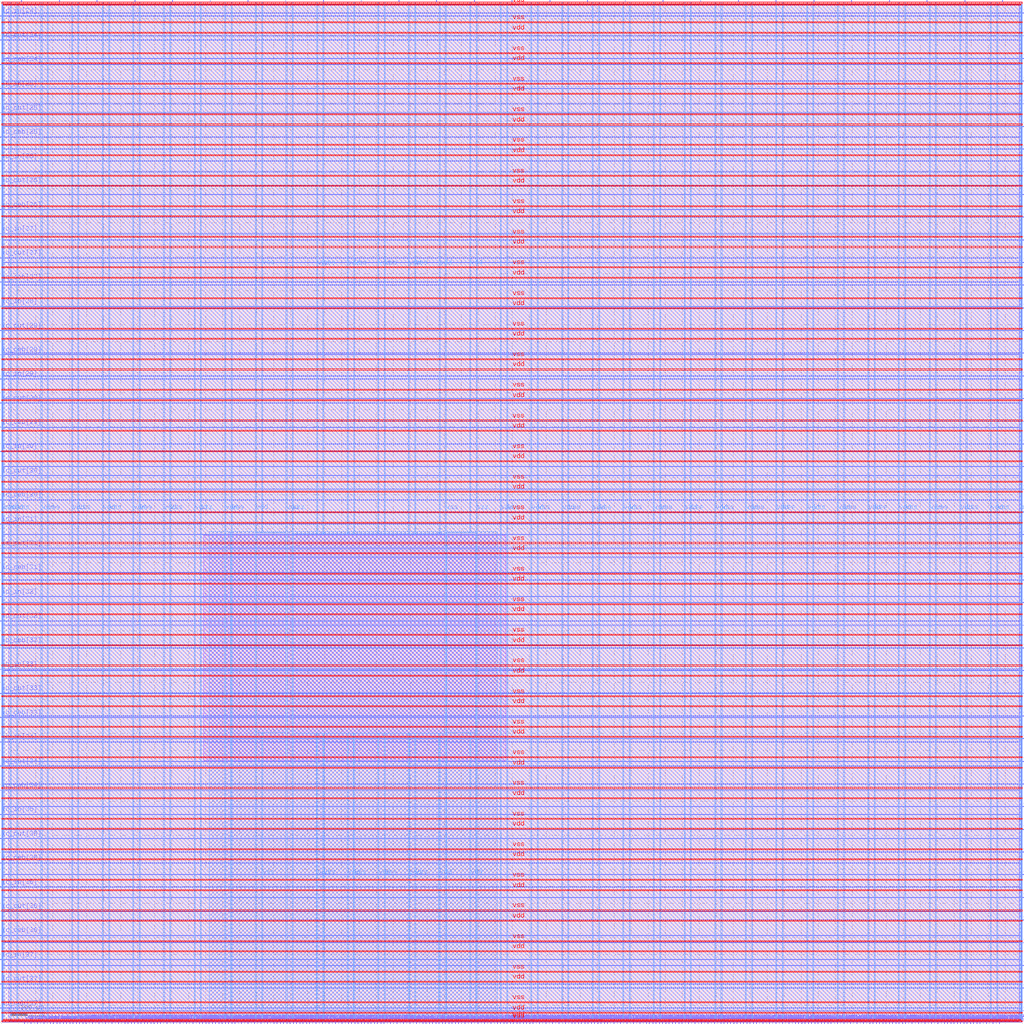
<source format=lef>
VERSION 5.7 ;
  NOWIREEXTENSIONATPIN ON ;
  DIVIDERCHAR "/" ;
  BUSBITCHARS "[]" ;
MACRO user_project_wrapper
  CLASS BLOCK ;
  FOREIGN user_project_wrapper ;
  ORIGIN 0.000 0.000 ;
  SIZE 3000.000 BY 3000.000 ;
  PIN io_in[0]
    DIRECTION INPUT ;
    USE SIGNAL ;
    PORT
      LAYER Metal3 ;
        RECT 2997.600 33.320 3004.800 34.440 ;
    END
  END io_in[0]
  PIN io_in[10]
    DIRECTION INPUT ;
    USE SIGNAL ;
    PORT
      LAYER Metal3 ;
        RECT 2997.600 2032.520 3004.800 2033.640 ;
    END
  END io_in[10]
  PIN io_in[11]
    DIRECTION INPUT ;
    USE SIGNAL ;
    PORT
      LAYER Metal3 ;
        RECT 2997.600 2232.440 3004.800 2233.560 ;
    END
  END io_in[11]
  PIN io_in[12]
    DIRECTION INPUT ;
    USE SIGNAL ;
    PORT
      LAYER Metal3 ;
        RECT 2997.600 2432.360 3004.800 2433.480 ;
    END
  END io_in[12]
  PIN io_in[13]
    DIRECTION INPUT ;
    USE SIGNAL ;
    PORT
      LAYER Metal3 ;
        RECT 2997.600 2632.280 3004.800 2633.400 ;
    END
  END io_in[13]
  PIN io_in[14]
    DIRECTION INPUT ;
    USE SIGNAL ;
    PORT
      LAYER Metal3 ;
        RECT 2997.600 2832.200 3004.800 2833.320 ;
    END
  END io_in[14]
  PIN io_in[15]
    DIRECTION INPUT ;
    USE SIGNAL ;
    PORT
      LAYER Metal2 ;
        RECT 2940.840 2997.600 2941.960 3004.800 ;
    END
  END io_in[15]
  PIN io_in[16]
    DIRECTION INPUT ;
    USE SIGNAL ;
    PORT
      LAYER Metal2 ;
        RECT 2608.200 2997.600 2609.320 3004.800 ;
    END
  END io_in[16]
  PIN io_in[17]
    DIRECTION INPUT ;
    USE SIGNAL ;
    PORT
      LAYER Metal2 ;
        RECT 2275.560 2997.600 2276.680 3004.800 ;
    END
  END io_in[17]
  PIN io_in[18]
    DIRECTION INPUT ;
    USE SIGNAL ;
    PORT
      LAYER Metal2 ;
        RECT 1942.920 2997.600 1944.040 3004.800 ;
    END
  END io_in[18]
  PIN io_in[19]
    DIRECTION INPUT ;
    USE SIGNAL ;
    PORT
      LAYER Metal2 ;
        RECT 1610.280 2997.600 1611.400 3004.800 ;
    END
  END io_in[19]
  PIN io_in[1]
    DIRECTION INPUT ;
    USE SIGNAL ;
    PORT
      LAYER Metal3 ;
        RECT 2997.600 233.240 3004.800 234.360 ;
    END
  END io_in[1]
  PIN io_in[20]
    DIRECTION INPUT ;
    USE SIGNAL ;
    PORT
      LAYER Metal2 ;
        RECT 1277.640 2997.600 1278.760 3004.800 ;
    END
  END io_in[20]
  PIN io_in[21]
    DIRECTION INPUT ;
    USE SIGNAL ;
    PORT
      LAYER Metal2 ;
        RECT 945.000 2997.600 946.120 3004.800 ;
    END
  END io_in[21]
  PIN io_in[22]
    DIRECTION INPUT ;
    USE SIGNAL ;
    PORT
      LAYER Metal2 ;
        RECT 612.360 2997.600 613.480 3004.800 ;
    END
  END io_in[22]
  PIN io_in[23]
    DIRECTION INPUT ;
    USE SIGNAL ;
    PORT
      LAYER Metal2 ;
        RECT 279.720 2997.600 280.840 3004.800 ;
    END
  END io_in[23]
  PIN io_in[24]
    DIRECTION INPUT ;
    USE SIGNAL ;
    PORT
      LAYER Metal3 ;
        RECT -4.800 2957.080 2.400 2958.200 ;
    END
  END io_in[24]
  PIN io_in[25]
    DIRECTION INPUT ;
    USE SIGNAL ;
    PORT
      LAYER Metal3 ;
        RECT -4.800 2743.720 2.400 2744.840 ;
    END
  END io_in[25]
  PIN io_in[26]
    DIRECTION INPUT ;
    USE SIGNAL ;
    PORT
      LAYER Metal3 ;
        RECT -4.800 2530.360 2.400 2531.480 ;
    END
  END io_in[26]
  PIN io_in[27]
    DIRECTION INPUT ;
    USE SIGNAL ;
    PORT
      LAYER Metal3 ;
        RECT -4.800 2317.000 2.400 2318.120 ;
    END
  END io_in[27]
  PIN io_in[28]
    DIRECTION INPUT ;
    USE SIGNAL ;
    PORT
      LAYER Metal3 ;
        RECT -4.800 2103.640 2.400 2104.760 ;
    END
  END io_in[28]
  PIN io_in[29]
    DIRECTION INPUT ;
    USE SIGNAL ;
    PORT
      LAYER Metal3 ;
        RECT -4.800 1890.280 2.400 1891.400 ;
    END
  END io_in[29]
  PIN io_in[2]
    DIRECTION INPUT ;
    USE SIGNAL ;
    PORT
      LAYER Metal3 ;
        RECT 2997.600 433.160 3004.800 434.280 ;
    END
  END io_in[2]
  PIN io_in[30]
    DIRECTION INPUT ;
    USE SIGNAL ;
    PORT
      LAYER Metal3 ;
        RECT -4.800 1676.920 2.400 1678.040 ;
    END
  END io_in[30]
  PIN io_in[31]
    DIRECTION INPUT ;
    USE SIGNAL ;
    PORT
      LAYER Metal3 ;
        RECT -4.800 1463.560 2.400 1464.680 ;
    END
  END io_in[31]
  PIN io_in[32]
    DIRECTION INPUT ;
    USE SIGNAL ;
    PORT
      LAYER Metal3 ;
        RECT -4.800 1250.200 2.400 1251.320 ;
    END
  END io_in[32]
  PIN io_in[33]
    DIRECTION INPUT ;
    USE SIGNAL ;
    PORT
      LAYER Metal3 ;
        RECT -4.800 1036.840 2.400 1037.960 ;
    END
  END io_in[33]
  PIN io_in[34]
    DIRECTION INPUT ;
    USE SIGNAL ;
    PORT
      LAYER Metal3 ;
        RECT -4.800 823.480 2.400 824.600 ;
    END
  END io_in[34]
  PIN io_in[35]
    DIRECTION INPUT ;
    USE SIGNAL ;
    PORT
      LAYER Metal3 ;
        RECT -4.800 610.120 2.400 611.240 ;
    END
  END io_in[35]
  PIN io_in[36]
    DIRECTION INPUT ;
    USE SIGNAL ;
    PORT
      LAYER Metal3 ;
        RECT -4.800 396.760 2.400 397.880 ;
    END
  END io_in[36]
  PIN io_in[37]
    DIRECTION INPUT ;
    USE SIGNAL ;
    PORT
      LAYER Metal3 ;
        RECT -4.800 183.400 2.400 184.520 ;
    END
  END io_in[37]
  PIN io_in[3]
    DIRECTION INPUT ;
    USE SIGNAL ;
    PORT
      LAYER Metal3 ;
        RECT 2997.600 633.080 3004.800 634.200 ;
    END
  END io_in[3]
  PIN io_in[4]
    DIRECTION INPUT ;
    USE SIGNAL ;
    PORT
      LAYER Metal3 ;
        RECT 2997.600 833.000 3004.800 834.120 ;
    END
  END io_in[4]
  PIN io_in[5]
    DIRECTION INPUT ;
    USE SIGNAL ;
    PORT
      LAYER Metal3 ;
        RECT 2997.600 1032.920 3004.800 1034.040 ;
    END
  END io_in[5]
  PIN io_in[6]
    DIRECTION INPUT ;
    USE SIGNAL ;
    PORT
      LAYER Metal3 ;
        RECT 2997.600 1232.840 3004.800 1233.960 ;
    END
  END io_in[6]
  PIN io_in[7]
    DIRECTION INPUT ;
    USE SIGNAL ;
    PORT
      LAYER Metal3 ;
        RECT 2997.600 1432.760 3004.800 1433.880 ;
    END
  END io_in[7]
  PIN io_in[8]
    DIRECTION INPUT ;
    USE SIGNAL ;
    PORT
      LAYER Metal3 ;
        RECT 2997.600 1632.680 3004.800 1633.800 ;
    END
  END io_in[8]
  PIN io_in[9]
    DIRECTION INPUT ;
    USE SIGNAL ;
    PORT
      LAYER Metal3 ;
        RECT 2997.600 1832.600 3004.800 1833.720 ;
    END
  END io_in[9]
  PIN io_oeb[0]
    DIRECTION OUTPUT TRISTATE ;
    USE SIGNAL ;
    PORT
      LAYER Metal3 ;
        RECT 2997.600 166.600 3004.800 167.720 ;
    END
  END io_oeb[0]
  PIN io_oeb[10]
    DIRECTION OUTPUT TRISTATE ;
    USE SIGNAL ;
    PORT
      LAYER Metal3 ;
        RECT 2997.600 2165.800 3004.800 2166.920 ;
    END
  END io_oeb[10]
  PIN io_oeb[11]
    DIRECTION OUTPUT TRISTATE ;
    USE SIGNAL ;
    PORT
      LAYER Metal3 ;
        RECT 2997.600 2365.720 3004.800 2366.840 ;
    END
  END io_oeb[11]
  PIN io_oeb[12]
    DIRECTION OUTPUT TRISTATE ;
    USE SIGNAL ;
    PORT
      LAYER Metal3 ;
        RECT 2997.600 2565.640 3004.800 2566.760 ;
    END
  END io_oeb[12]
  PIN io_oeb[13]
    DIRECTION OUTPUT TRISTATE ;
    USE SIGNAL ;
    PORT
      LAYER Metal3 ;
        RECT 2997.600 2765.560 3004.800 2766.680 ;
    END
  END io_oeb[13]
  PIN io_oeb[14]
    DIRECTION OUTPUT TRISTATE ;
    USE SIGNAL ;
    PORT
      LAYER Metal3 ;
        RECT 2997.600 2965.480 3004.800 2966.600 ;
    END
  END io_oeb[14]
  PIN io_oeb[15]
    DIRECTION OUTPUT TRISTATE ;
    USE SIGNAL ;
    PORT
      LAYER Metal2 ;
        RECT 2719.080 2997.600 2720.200 3004.800 ;
    END
  END io_oeb[15]
  PIN io_oeb[16]
    DIRECTION OUTPUT TRISTATE ;
    USE SIGNAL ;
    PORT
      LAYER Metal2 ;
        RECT 2386.440 2997.600 2387.560 3004.800 ;
    END
  END io_oeb[16]
  PIN io_oeb[17]
    DIRECTION OUTPUT TRISTATE ;
    USE SIGNAL ;
    PORT
      LAYER Metal2 ;
        RECT 2053.800 2997.600 2054.920 3004.800 ;
    END
  END io_oeb[17]
  PIN io_oeb[18]
    DIRECTION OUTPUT TRISTATE ;
    USE SIGNAL ;
    PORT
      LAYER Metal2 ;
        RECT 1721.160 2997.600 1722.280 3004.800 ;
    END
  END io_oeb[18]
  PIN io_oeb[19]
    DIRECTION OUTPUT TRISTATE ;
    USE SIGNAL ;
    PORT
      LAYER Metal2 ;
        RECT 1388.520 2997.600 1389.640 3004.800 ;
    END
  END io_oeb[19]
  PIN io_oeb[1]
    DIRECTION OUTPUT TRISTATE ;
    USE SIGNAL ;
    PORT
      LAYER Metal3 ;
        RECT 2997.600 366.520 3004.800 367.640 ;
    END
  END io_oeb[1]
  PIN io_oeb[20]
    DIRECTION OUTPUT TRISTATE ;
    USE SIGNAL ;
    PORT
      LAYER Metal2 ;
        RECT 1055.880 2997.600 1057.000 3004.800 ;
    END
  END io_oeb[20]
  PIN io_oeb[21]
    DIRECTION OUTPUT TRISTATE ;
    USE SIGNAL ;
    PORT
      LAYER Metal2 ;
        RECT 723.240 2997.600 724.360 3004.800 ;
    END
  END io_oeb[21]
  PIN io_oeb[22]
    DIRECTION OUTPUT TRISTATE ;
    USE SIGNAL ;
    PORT
      LAYER Metal2 ;
        RECT 390.600 2997.600 391.720 3004.800 ;
    END
  END io_oeb[22]
  PIN io_oeb[23]
    DIRECTION OUTPUT TRISTATE ;
    USE SIGNAL ;
    PORT
      LAYER Metal2 ;
        RECT 57.960 2997.600 59.080 3004.800 ;
    END
  END io_oeb[23]
  PIN io_oeb[24]
    DIRECTION OUTPUT TRISTATE ;
    USE SIGNAL ;
    PORT
      LAYER Metal3 ;
        RECT -4.800 2814.840 2.400 2815.960 ;
    END
  END io_oeb[24]
  PIN io_oeb[25]
    DIRECTION OUTPUT TRISTATE ;
    USE SIGNAL ;
    PORT
      LAYER Metal3 ;
        RECT -4.800 2601.480 2.400 2602.600 ;
    END
  END io_oeb[25]
  PIN io_oeb[26]
    DIRECTION OUTPUT TRISTATE ;
    USE SIGNAL ;
    PORT
      LAYER Metal3 ;
        RECT -4.800 2388.120 2.400 2389.240 ;
    END
  END io_oeb[26]
  PIN io_oeb[27]
    DIRECTION OUTPUT TRISTATE ;
    USE SIGNAL ;
    PORT
      LAYER Metal3 ;
        RECT -4.800 2174.760 2.400 2175.880 ;
    END
  END io_oeb[27]
  PIN io_oeb[28]
    DIRECTION OUTPUT TRISTATE ;
    USE SIGNAL ;
    PORT
      LAYER Metal3 ;
        RECT -4.800 1961.400 2.400 1962.520 ;
    END
  END io_oeb[28]
  PIN io_oeb[29]
    DIRECTION OUTPUT TRISTATE ;
    USE SIGNAL ;
    PORT
      LAYER Metal3 ;
        RECT -4.800 1748.040 2.400 1749.160 ;
    END
  END io_oeb[29]
  PIN io_oeb[2]
    DIRECTION OUTPUT TRISTATE ;
    USE SIGNAL ;
    PORT
      LAYER Metal3 ;
        RECT 2997.600 566.440 3004.800 567.560 ;
    END
  END io_oeb[2]
  PIN io_oeb[30]
    DIRECTION OUTPUT TRISTATE ;
    USE SIGNAL ;
    PORT
      LAYER Metal3 ;
        RECT -4.800 1534.680 2.400 1535.800 ;
    END
  END io_oeb[30]
  PIN io_oeb[31]
    DIRECTION OUTPUT TRISTATE ;
    USE SIGNAL ;
    PORT
      LAYER Metal3 ;
        RECT -4.800 1321.320 2.400 1322.440 ;
    END
  END io_oeb[31]
  PIN io_oeb[32]
    DIRECTION OUTPUT TRISTATE ;
    USE SIGNAL ;
    PORT
      LAYER Metal3 ;
        RECT -4.800 1107.960 2.400 1109.080 ;
    END
  END io_oeb[32]
  PIN io_oeb[33]
    DIRECTION OUTPUT TRISTATE ;
    USE SIGNAL ;
    PORT
      LAYER Metal3 ;
        RECT -4.800 894.600 2.400 895.720 ;
    END
  END io_oeb[33]
  PIN io_oeb[34]
    DIRECTION OUTPUT TRISTATE ;
    USE SIGNAL ;
    PORT
      LAYER Metal3 ;
        RECT -4.800 681.240 2.400 682.360 ;
    END
  END io_oeb[34]
  PIN io_oeb[35]
    DIRECTION OUTPUT TRISTATE ;
    USE SIGNAL ;
    PORT
      LAYER Metal3 ;
        RECT -4.800 467.880 2.400 469.000 ;
    END
  END io_oeb[35]
  PIN io_oeb[36]
    DIRECTION OUTPUT TRISTATE ;
    USE SIGNAL ;
    PORT
      LAYER Metal3 ;
        RECT -4.800 254.520 2.400 255.640 ;
    END
  END io_oeb[36]
  PIN io_oeb[37]
    DIRECTION OUTPUT TRISTATE ;
    USE SIGNAL ;
    PORT
      LAYER Metal3 ;
        RECT -4.800 41.160 2.400 42.280 ;
    END
  END io_oeb[37]
  PIN io_oeb[3]
    DIRECTION OUTPUT TRISTATE ;
    USE SIGNAL ;
    PORT
      LAYER Metal3 ;
        RECT 2997.600 766.360 3004.800 767.480 ;
    END
  END io_oeb[3]
  PIN io_oeb[4]
    DIRECTION OUTPUT TRISTATE ;
    USE SIGNAL ;
    PORT
      LAYER Metal3 ;
        RECT 2997.600 966.280 3004.800 967.400 ;
    END
  END io_oeb[4]
  PIN io_oeb[5]
    DIRECTION OUTPUT TRISTATE ;
    USE SIGNAL ;
    PORT
      LAYER Metal3 ;
        RECT 2997.600 1166.200 3004.800 1167.320 ;
    END
  END io_oeb[5]
  PIN io_oeb[6]
    DIRECTION OUTPUT TRISTATE ;
    USE SIGNAL ;
    PORT
      LAYER Metal3 ;
        RECT 2997.600 1366.120 3004.800 1367.240 ;
    END
  END io_oeb[6]
  PIN io_oeb[7]
    DIRECTION OUTPUT TRISTATE ;
    USE SIGNAL ;
    PORT
      LAYER Metal3 ;
        RECT 2997.600 1566.040 3004.800 1567.160 ;
    END
  END io_oeb[7]
  PIN io_oeb[8]
    DIRECTION OUTPUT TRISTATE ;
    USE SIGNAL ;
    PORT
      LAYER Metal3 ;
        RECT 2997.600 1765.960 3004.800 1767.080 ;
    END
  END io_oeb[8]
  PIN io_oeb[9]
    DIRECTION OUTPUT TRISTATE ;
    USE SIGNAL ;
    PORT
      LAYER Metal3 ;
        RECT 2997.600 1965.880 3004.800 1967.000 ;
    END
  END io_oeb[9]
  PIN io_out[0]
    DIRECTION OUTPUT TRISTATE ;
    USE SIGNAL ;
    PORT
      LAYER Metal3 ;
        RECT 2997.600 99.960 3004.800 101.080 ;
    END
  END io_out[0]
  PIN io_out[10]
    DIRECTION OUTPUT TRISTATE ;
    USE SIGNAL ;
    PORT
      LAYER Metal3 ;
        RECT 2997.600 2099.160 3004.800 2100.280 ;
    END
  END io_out[10]
  PIN io_out[11]
    DIRECTION OUTPUT TRISTATE ;
    USE SIGNAL ;
    PORT
      LAYER Metal3 ;
        RECT 2997.600 2299.080 3004.800 2300.200 ;
    END
  END io_out[11]
  PIN io_out[12]
    DIRECTION OUTPUT TRISTATE ;
    USE SIGNAL ;
    PORT
      LAYER Metal3 ;
        RECT 2997.600 2499.000 3004.800 2500.120 ;
    END
  END io_out[12]
  PIN io_out[13]
    DIRECTION OUTPUT TRISTATE ;
    USE SIGNAL ;
    PORT
      LAYER Metal3 ;
        RECT 2997.600 2698.920 3004.800 2700.040 ;
    END
  END io_out[13]
  PIN io_out[14]
    DIRECTION OUTPUT TRISTATE ;
    USE SIGNAL ;
    PORT
      LAYER Metal3 ;
        RECT 2997.600 2898.840 3004.800 2899.960 ;
    END
  END io_out[14]
  PIN io_out[15]
    DIRECTION OUTPUT TRISTATE ;
    USE SIGNAL ;
    PORT
      LAYER Metal2 ;
        RECT 2829.960 2997.600 2831.080 3004.800 ;
    END
  END io_out[15]
  PIN io_out[16]
    DIRECTION OUTPUT TRISTATE ;
    USE SIGNAL ;
    PORT
      LAYER Metal2 ;
        RECT 2497.320 2997.600 2498.440 3004.800 ;
    END
  END io_out[16]
  PIN io_out[17]
    DIRECTION OUTPUT TRISTATE ;
    USE SIGNAL ;
    PORT
      LAYER Metal2 ;
        RECT 2164.680 2997.600 2165.800 3004.800 ;
    END
  END io_out[17]
  PIN io_out[18]
    DIRECTION OUTPUT TRISTATE ;
    USE SIGNAL ;
    PORT
      LAYER Metal2 ;
        RECT 1832.040 2997.600 1833.160 3004.800 ;
    END
  END io_out[18]
  PIN io_out[19]
    DIRECTION OUTPUT TRISTATE ;
    USE SIGNAL ;
    PORT
      LAYER Metal2 ;
        RECT 1499.400 2997.600 1500.520 3004.800 ;
    END
  END io_out[19]
  PIN io_out[1]
    DIRECTION OUTPUT TRISTATE ;
    USE SIGNAL ;
    PORT
      LAYER Metal3 ;
        RECT 2997.600 299.880 3004.800 301.000 ;
    END
  END io_out[1]
  PIN io_out[20]
    DIRECTION OUTPUT TRISTATE ;
    USE SIGNAL ;
    PORT
      LAYER Metal2 ;
        RECT 1166.760 2997.600 1167.880 3004.800 ;
    END
  END io_out[20]
  PIN io_out[21]
    DIRECTION OUTPUT TRISTATE ;
    USE SIGNAL ;
    PORT
      LAYER Metal2 ;
        RECT 834.120 2997.600 835.240 3004.800 ;
    END
  END io_out[21]
  PIN io_out[22]
    DIRECTION OUTPUT TRISTATE ;
    USE SIGNAL ;
    PORT
      LAYER Metal2 ;
        RECT 501.480 2997.600 502.600 3004.800 ;
    END
  END io_out[22]
  PIN io_out[23]
    DIRECTION OUTPUT TRISTATE ;
    USE SIGNAL ;
    PORT
      LAYER Metal2 ;
        RECT 168.840 2997.600 169.960 3004.800 ;
    END
  END io_out[23]
  PIN io_out[24]
    DIRECTION OUTPUT TRISTATE ;
    USE SIGNAL ;
    PORT
      LAYER Metal3 ;
        RECT -4.800 2885.960 2.400 2887.080 ;
    END
  END io_out[24]
  PIN io_out[25]
    DIRECTION OUTPUT TRISTATE ;
    USE SIGNAL ;
    PORT
      LAYER Metal3 ;
        RECT -4.800 2672.600 2.400 2673.720 ;
    END
  END io_out[25]
  PIN io_out[26]
    DIRECTION OUTPUT TRISTATE ;
    USE SIGNAL ;
    PORT
      LAYER Metal3 ;
        RECT -4.800 2459.240 2.400 2460.360 ;
    END
  END io_out[26]
  PIN io_out[27]
    DIRECTION OUTPUT TRISTATE ;
    USE SIGNAL ;
    PORT
      LAYER Metal3 ;
        RECT -4.800 2245.880 2.400 2247.000 ;
    END
  END io_out[27]
  PIN io_out[28]
    DIRECTION OUTPUT TRISTATE ;
    USE SIGNAL ;
    PORT
      LAYER Metal3 ;
        RECT -4.800 2032.520 2.400 2033.640 ;
    END
  END io_out[28]
  PIN io_out[29]
    DIRECTION OUTPUT TRISTATE ;
    USE SIGNAL ;
    PORT
      LAYER Metal3 ;
        RECT -4.800 1819.160 2.400 1820.280 ;
    END
  END io_out[29]
  PIN io_out[2]
    DIRECTION OUTPUT TRISTATE ;
    USE SIGNAL ;
    PORT
      LAYER Metal3 ;
        RECT 2997.600 499.800 3004.800 500.920 ;
    END
  END io_out[2]
  PIN io_out[30]
    DIRECTION OUTPUT TRISTATE ;
    USE SIGNAL ;
    PORT
      LAYER Metal3 ;
        RECT -4.800 1605.800 2.400 1606.920 ;
    END
  END io_out[30]
  PIN io_out[31]
    DIRECTION OUTPUT TRISTATE ;
    USE SIGNAL ;
    PORT
      LAYER Metal3 ;
        RECT -4.800 1392.440 2.400 1393.560 ;
    END
  END io_out[31]
  PIN io_out[32]
    DIRECTION OUTPUT TRISTATE ;
    USE SIGNAL ;
    PORT
      LAYER Metal3 ;
        RECT -4.800 1179.080 2.400 1180.200 ;
    END
  END io_out[32]
  PIN io_out[33]
    DIRECTION OUTPUT TRISTATE ;
    USE SIGNAL ;
    PORT
      LAYER Metal3 ;
        RECT -4.800 965.720 2.400 966.840 ;
    END
  END io_out[33]
  PIN io_out[34]
    DIRECTION OUTPUT TRISTATE ;
    USE SIGNAL ;
    PORT
      LAYER Metal3 ;
        RECT -4.800 752.360 2.400 753.480 ;
    END
  END io_out[34]
  PIN io_out[35]
    DIRECTION OUTPUT TRISTATE ;
    USE SIGNAL ;
    PORT
      LAYER Metal3 ;
        RECT -4.800 539.000 2.400 540.120 ;
    END
  END io_out[35]
  PIN io_out[36]
    DIRECTION OUTPUT TRISTATE ;
    USE SIGNAL ;
    PORT
      LAYER Metal3 ;
        RECT -4.800 325.640 2.400 326.760 ;
    END
  END io_out[36]
  PIN io_out[37]
    DIRECTION OUTPUT TRISTATE ;
    USE SIGNAL ;
    PORT
      LAYER Metal3 ;
        RECT -4.800 112.280 2.400 113.400 ;
    END
  END io_out[37]
  PIN io_out[3]
    DIRECTION OUTPUT TRISTATE ;
    USE SIGNAL ;
    PORT
      LAYER Metal3 ;
        RECT 2997.600 699.720 3004.800 700.840 ;
    END
  END io_out[3]
  PIN io_out[4]
    DIRECTION OUTPUT TRISTATE ;
    USE SIGNAL ;
    PORT
      LAYER Metal3 ;
        RECT 2997.600 899.640 3004.800 900.760 ;
    END
  END io_out[4]
  PIN io_out[5]
    DIRECTION OUTPUT TRISTATE ;
    USE SIGNAL ;
    PORT
      LAYER Metal3 ;
        RECT 2997.600 1099.560 3004.800 1100.680 ;
    END
  END io_out[5]
  PIN io_out[6]
    DIRECTION OUTPUT TRISTATE ;
    USE SIGNAL ;
    PORT
      LAYER Metal3 ;
        RECT 2997.600 1299.480 3004.800 1300.600 ;
    END
  END io_out[6]
  PIN io_out[7]
    DIRECTION OUTPUT TRISTATE ;
    USE SIGNAL ;
    PORT
      LAYER Metal3 ;
        RECT 2997.600 1499.400 3004.800 1500.520 ;
    END
  END io_out[7]
  PIN io_out[8]
    DIRECTION OUTPUT TRISTATE ;
    USE SIGNAL ;
    PORT
      LAYER Metal3 ;
        RECT 2997.600 1699.320 3004.800 1700.440 ;
    END
  END io_out[8]
  PIN io_out[9]
    DIRECTION OUTPUT TRISTATE ;
    USE SIGNAL ;
    PORT
      LAYER Metal3 ;
        RECT 2997.600 1899.240 3004.800 1900.360 ;
    END
  END io_out[9]
  PIN la_data_in[0]
    DIRECTION INPUT ;
    USE SIGNAL ;
    PORT
      LAYER Metal2 ;
        RECT 1075.480 -4.800 1076.600 2.400 ;
    END
  END la_data_in[0]
  PIN la_data_in[10]
    DIRECTION INPUT ;
    USE SIGNAL ;
    PORT
      LAYER Metal2 ;
        RECT 1361.080 -4.800 1362.200 2.400 ;
    END
  END la_data_in[10]
  PIN la_data_in[11]
    DIRECTION INPUT ;
    USE SIGNAL ;
    PORT
      LAYER Metal2 ;
        RECT 1389.640 -4.800 1390.760 2.400 ;
    END
  END la_data_in[11]
  PIN la_data_in[12]
    DIRECTION INPUT ;
    USE SIGNAL ;
    PORT
      LAYER Metal2 ;
        RECT 1418.200 -4.800 1419.320 2.400 ;
    END
  END la_data_in[12]
  PIN la_data_in[13]
    DIRECTION INPUT ;
    USE SIGNAL ;
    PORT
      LAYER Metal2 ;
        RECT 1446.760 -4.800 1447.880 2.400 ;
    END
  END la_data_in[13]
  PIN la_data_in[14]
    DIRECTION INPUT ;
    USE SIGNAL ;
    PORT
      LAYER Metal2 ;
        RECT 1475.320 -4.800 1476.440 2.400 ;
    END
  END la_data_in[14]
  PIN la_data_in[15]
    DIRECTION INPUT ;
    USE SIGNAL ;
    PORT
      LAYER Metal2 ;
        RECT 1503.880 -4.800 1505.000 2.400 ;
    END
  END la_data_in[15]
  PIN la_data_in[16]
    DIRECTION INPUT ;
    USE SIGNAL ;
    PORT
      LAYER Metal2 ;
        RECT 1532.440 -4.800 1533.560 2.400 ;
    END
  END la_data_in[16]
  PIN la_data_in[17]
    DIRECTION INPUT ;
    USE SIGNAL ;
    PORT
      LAYER Metal2 ;
        RECT 1561.000 -4.800 1562.120 2.400 ;
    END
  END la_data_in[17]
  PIN la_data_in[18]
    DIRECTION INPUT ;
    USE SIGNAL ;
    PORT
      LAYER Metal2 ;
        RECT 1589.560 -4.800 1590.680 2.400 ;
    END
  END la_data_in[18]
  PIN la_data_in[19]
    DIRECTION INPUT ;
    USE SIGNAL ;
    PORT
      LAYER Metal2 ;
        RECT 1618.120 -4.800 1619.240 2.400 ;
    END
  END la_data_in[19]
  PIN la_data_in[1]
    DIRECTION INPUT ;
    USE SIGNAL ;
    PORT
      LAYER Metal2 ;
        RECT 1104.040 -4.800 1105.160 2.400 ;
    END
  END la_data_in[1]
  PIN la_data_in[20]
    DIRECTION INPUT ;
    USE SIGNAL ;
    PORT
      LAYER Metal2 ;
        RECT 1646.680 -4.800 1647.800 2.400 ;
    END
  END la_data_in[20]
  PIN la_data_in[21]
    DIRECTION INPUT ;
    USE SIGNAL ;
    PORT
      LAYER Metal2 ;
        RECT 1675.240 -4.800 1676.360 2.400 ;
    END
  END la_data_in[21]
  PIN la_data_in[22]
    DIRECTION INPUT ;
    USE SIGNAL ;
    PORT
      LAYER Metal2 ;
        RECT 1703.800 -4.800 1704.920 2.400 ;
    END
  END la_data_in[22]
  PIN la_data_in[23]
    DIRECTION INPUT ;
    USE SIGNAL ;
    PORT
      LAYER Metal2 ;
        RECT 1732.360 -4.800 1733.480 2.400 ;
    END
  END la_data_in[23]
  PIN la_data_in[24]
    DIRECTION INPUT ;
    USE SIGNAL ;
    PORT
      LAYER Metal2 ;
        RECT 1760.920 -4.800 1762.040 2.400 ;
    END
  END la_data_in[24]
  PIN la_data_in[25]
    DIRECTION INPUT ;
    USE SIGNAL ;
    PORT
      LAYER Metal2 ;
        RECT 1789.480 -4.800 1790.600 2.400 ;
    END
  END la_data_in[25]
  PIN la_data_in[26]
    DIRECTION INPUT ;
    USE SIGNAL ;
    PORT
      LAYER Metal2 ;
        RECT 1818.040 -4.800 1819.160 2.400 ;
    END
  END la_data_in[26]
  PIN la_data_in[27]
    DIRECTION INPUT ;
    USE SIGNAL ;
    PORT
      LAYER Metal2 ;
        RECT 1846.600 -4.800 1847.720 2.400 ;
    END
  END la_data_in[27]
  PIN la_data_in[28]
    DIRECTION INPUT ;
    USE SIGNAL ;
    PORT
      LAYER Metal2 ;
        RECT 1875.160 -4.800 1876.280 2.400 ;
    END
  END la_data_in[28]
  PIN la_data_in[29]
    DIRECTION INPUT ;
    USE SIGNAL ;
    PORT
      LAYER Metal2 ;
        RECT 1903.720 -4.800 1904.840 2.400 ;
    END
  END la_data_in[29]
  PIN la_data_in[2]
    DIRECTION INPUT ;
    USE SIGNAL ;
    PORT
      LAYER Metal2 ;
        RECT 1132.600 -4.800 1133.720 2.400 ;
    END
  END la_data_in[2]
  PIN la_data_in[30]
    DIRECTION INPUT ;
    USE SIGNAL ;
    PORT
      LAYER Metal2 ;
        RECT 1932.280 -4.800 1933.400 2.400 ;
    END
  END la_data_in[30]
  PIN la_data_in[31]
    DIRECTION INPUT ;
    USE SIGNAL ;
    PORT
      LAYER Metal2 ;
        RECT 1960.840 -4.800 1961.960 2.400 ;
    END
  END la_data_in[31]
  PIN la_data_in[32]
    DIRECTION INPUT ;
    USE SIGNAL ;
    PORT
      LAYER Metal2 ;
        RECT 1989.400 -4.800 1990.520 2.400 ;
    END
  END la_data_in[32]
  PIN la_data_in[33]
    DIRECTION INPUT ;
    USE SIGNAL ;
    PORT
      LAYER Metal2 ;
        RECT 2017.960 -4.800 2019.080 2.400 ;
    END
  END la_data_in[33]
  PIN la_data_in[34]
    DIRECTION INPUT ;
    USE SIGNAL ;
    PORT
      LAYER Metal2 ;
        RECT 2046.520 -4.800 2047.640 2.400 ;
    END
  END la_data_in[34]
  PIN la_data_in[35]
    DIRECTION INPUT ;
    USE SIGNAL ;
    PORT
      LAYER Metal2 ;
        RECT 2075.080 -4.800 2076.200 2.400 ;
    END
  END la_data_in[35]
  PIN la_data_in[36]
    DIRECTION INPUT ;
    USE SIGNAL ;
    PORT
      LAYER Metal2 ;
        RECT 2103.640 -4.800 2104.760 2.400 ;
    END
  END la_data_in[36]
  PIN la_data_in[37]
    DIRECTION INPUT ;
    USE SIGNAL ;
    PORT
      LAYER Metal2 ;
        RECT 2132.200 -4.800 2133.320 2.400 ;
    END
  END la_data_in[37]
  PIN la_data_in[38]
    DIRECTION INPUT ;
    USE SIGNAL ;
    PORT
      LAYER Metal2 ;
        RECT 2160.760 -4.800 2161.880 2.400 ;
    END
  END la_data_in[38]
  PIN la_data_in[39]
    DIRECTION INPUT ;
    USE SIGNAL ;
    PORT
      LAYER Metal2 ;
        RECT 2189.320 -4.800 2190.440 2.400 ;
    END
  END la_data_in[39]
  PIN la_data_in[3]
    DIRECTION INPUT ;
    USE SIGNAL ;
    PORT
      LAYER Metal2 ;
        RECT 1161.160 -4.800 1162.280 2.400 ;
    END
  END la_data_in[3]
  PIN la_data_in[40]
    DIRECTION INPUT ;
    USE SIGNAL ;
    PORT
      LAYER Metal2 ;
        RECT 2217.880 -4.800 2219.000 2.400 ;
    END
  END la_data_in[40]
  PIN la_data_in[41]
    DIRECTION INPUT ;
    USE SIGNAL ;
    PORT
      LAYER Metal2 ;
        RECT 2246.440 -4.800 2247.560 2.400 ;
    END
  END la_data_in[41]
  PIN la_data_in[42]
    DIRECTION INPUT ;
    USE SIGNAL ;
    PORT
      LAYER Metal2 ;
        RECT 2275.000 -4.800 2276.120 2.400 ;
    END
  END la_data_in[42]
  PIN la_data_in[43]
    DIRECTION INPUT ;
    USE SIGNAL ;
    PORT
      LAYER Metal2 ;
        RECT 2303.560 -4.800 2304.680 2.400 ;
    END
  END la_data_in[43]
  PIN la_data_in[44]
    DIRECTION INPUT ;
    USE SIGNAL ;
    PORT
      LAYER Metal2 ;
        RECT 2332.120 -4.800 2333.240 2.400 ;
    END
  END la_data_in[44]
  PIN la_data_in[45]
    DIRECTION INPUT ;
    USE SIGNAL ;
    PORT
      LAYER Metal2 ;
        RECT 2360.680 -4.800 2361.800 2.400 ;
    END
  END la_data_in[45]
  PIN la_data_in[46]
    DIRECTION INPUT ;
    USE SIGNAL ;
    PORT
      LAYER Metal2 ;
        RECT 2389.240 -4.800 2390.360 2.400 ;
    END
  END la_data_in[46]
  PIN la_data_in[47]
    DIRECTION INPUT ;
    USE SIGNAL ;
    PORT
      LAYER Metal2 ;
        RECT 2417.800 -4.800 2418.920 2.400 ;
    END
  END la_data_in[47]
  PIN la_data_in[48]
    DIRECTION INPUT ;
    USE SIGNAL ;
    PORT
      LAYER Metal2 ;
        RECT 2446.360 -4.800 2447.480 2.400 ;
    END
  END la_data_in[48]
  PIN la_data_in[49]
    DIRECTION INPUT ;
    USE SIGNAL ;
    PORT
      LAYER Metal2 ;
        RECT 2474.920 -4.800 2476.040 2.400 ;
    END
  END la_data_in[49]
  PIN la_data_in[4]
    DIRECTION INPUT ;
    USE SIGNAL ;
    PORT
      LAYER Metal2 ;
        RECT 1189.720 -4.800 1190.840 2.400 ;
    END
  END la_data_in[4]
  PIN la_data_in[50]
    DIRECTION INPUT ;
    USE SIGNAL ;
    PORT
      LAYER Metal2 ;
        RECT 2503.480 -4.800 2504.600 2.400 ;
    END
  END la_data_in[50]
  PIN la_data_in[51]
    DIRECTION INPUT ;
    USE SIGNAL ;
    PORT
      LAYER Metal2 ;
        RECT 2532.040 -4.800 2533.160 2.400 ;
    END
  END la_data_in[51]
  PIN la_data_in[52]
    DIRECTION INPUT ;
    USE SIGNAL ;
    PORT
      LAYER Metal2 ;
        RECT 2560.600 -4.800 2561.720 2.400 ;
    END
  END la_data_in[52]
  PIN la_data_in[53]
    DIRECTION INPUT ;
    USE SIGNAL ;
    PORT
      LAYER Metal2 ;
        RECT 2589.160 -4.800 2590.280 2.400 ;
    END
  END la_data_in[53]
  PIN la_data_in[54]
    DIRECTION INPUT ;
    USE SIGNAL ;
    PORT
      LAYER Metal2 ;
        RECT 2617.720 -4.800 2618.840 2.400 ;
    END
  END la_data_in[54]
  PIN la_data_in[55]
    DIRECTION INPUT ;
    USE SIGNAL ;
    PORT
      LAYER Metal2 ;
        RECT 2646.280 -4.800 2647.400 2.400 ;
    END
  END la_data_in[55]
  PIN la_data_in[56]
    DIRECTION INPUT ;
    USE SIGNAL ;
    PORT
      LAYER Metal2 ;
        RECT 2674.840 -4.800 2675.960 2.400 ;
    END
  END la_data_in[56]
  PIN la_data_in[57]
    DIRECTION INPUT ;
    USE SIGNAL ;
    PORT
      LAYER Metal2 ;
        RECT 2703.400 -4.800 2704.520 2.400 ;
    END
  END la_data_in[57]
  PIN la_data_in[58]
    DIRECTION INPUT ;
    USE SIGNAL ;
    PORT
      LAYER Metal2 ;
        RECT 2731.960 -4.800 2733.080 2.400 ;
    END
  END la_data_in[58]
  PIN la_data_in[59]
    DIRECTION INPUT ;
    USE SIGNAL ;
    PORT
      LAYER Metal2 ;
        RECT 2760.520 -4.800 2761.640 2.400 ;
    END
  END la_data_in[59]
  PIN la_data_in[5]
    DIRECTION INPUT ;
    USE SIGNAL ;
    PORT
      LAYER Metal2 ;
        RECT 1218.280 -4.800 1219.400 2.400 ;
    END
  END la_data_in[5]
  PIN la_data_in[60]
    DIRECTION INPUT ;
    USE SIGNAL ;
    PORT
      LAYER Metal2 ;
        RECT 2789.080 -4.800 2790.200 2.400 ;
    END
  END la_data_in[60]
  PIN la_data_in[61]
    DIRECTION INPUT ;
    USE SIGNAL ;
    PORT
      LAYER Metal2 ;
        RECT 2817.640 -4.800 2818.760 2.400 ;
    END
  END la_data_in[61]
  PIN la_data_in[62]
    DIRECTION INPUT ;
    USE SIGNAL ;
    PORT
      LAYER Metal2 ;
        RECT 2846.200 -4.800 2847.320 2.400 ;
    END
  END la_data_in[62]
  PIN la_data_in[63]
    DIRECTION INPUT ;
    USE SIGNAL ;
    PORT
      LAYER Metal2 ;
        RECT 2874.760 -4.800 2875.880 2.400 ;
    END
  END la_data_in[63]
  PIN la_data_in[6]
    DIRECTION INPUT ;
    USE SIGNAL ;
    PORT
      LAYER Metal2 ;
        RECT 1246.840 -4.800 1247.960 2.400 ;
    END
  END la_data_in[6]
  PIN la_data_in[7]
    DIRECTION INPUT ;
    USE SIGNAL ;
    PORT
      LAYER Metal2 ;
        RECT 1275.400 -4.800 1276.520 2.400 ;
    END
  END la_data_in[7]
  PIN la_data_in[8]
    DIRECTION INPUT ;
    USE SIGNAL ;
    PORT
      LAYER Metal2 ;
        RECT 1303.960 -4.800 1305.080 2.400 ;
    END
  END la_data_in[8]
  PIN la_data_in[9]
    DIRECTION INPUT ;
    USE SIGNAL ;
    PORT
      LAYER Metal2 ;
        RECT 1332.520 -4.800 1333.640 2.400 ;
    END
  END la_data_in[9]
  PIN la_data_out[0]
    DIRECTION OUTPUT TRISTATE ;
    USE SIGNAL ;
    PORT
      LAYER Metal2 ;
        RECT 1085.000 -4.800 1086.120 2.400 ;
    END
  END la_data_out[0]
  PIN la_data_out[10]
    DIRECTION OUTPUT TRISTATE ;
    USE SIGNAL ;
    PORT
      LAYER Metal2 ;
        RECT 1370.600 -4.800 1371.720 2.400 ;
    END
  END la_data_out[10]
  PIN la_data_out[11]
    DIRECTION OUTPUT TRISTATE ;
    USE SIGNAL ;
    PORT
      LAYER Metal2 ;
        RECT 1399.160 -4.800 1400.280 2.400 ;
    END
  END la_data_out[11]
  PIN la_data_out[12]
    DIRECTION OUTPUT TRISTATE ;
    USE SIGNAL ;
    PORT
      LAYER Metal2 ;
        RECT 1427.720 -4.800 1428.840 2.400 ;
    END
  END la_data_out[12]
  PIN la_data_out[13]
    DIRECTION OUTPUT TRISTATE ;
    USE SIGNAL ;
    PORT
      LAYER Metal2 ;
        RECT 1456.280 -4.800 1457.400 2.400 ;
    END
  END la_data_out[13]
  PIN la_data_out[14]
    DIRECTION OUTPUT TRISTATE ;
    USE SIGNAL ;
    PORT
      LAYER Metal2 ;
        RECT 1484.840 -4.800 1485.960 2.400 ;
    END
  END la_data_out[14]
  PIN la_data_out[15]
    DIRECTION OUTPUT TRISTATE ;
    USE SIGNAL ;
    PORT
      LAYER Metal2 ;
        RECT 1513.400 -4.800 1514.520 2.400 ;
    END
  END la_data_out[15]
  PIN la_data_out[16]
    DIRECTION OUTPUT TRISTATE ;
    USE SIGNAL ;
    PORT
      LAYER Metal2 ;
        RECT 1541.960 -4.800 1543.080 2.400 ;
    END
  END la_data_out[16]
  PIN la_data_out[17]
    DIRECTION OUTPUT TRISTATE ;
    USE SIGNAL ;
    PORT
      LAYER Metal2 ;
        RECT 1570.520 -4.800 1571.640 2.400 ;
    END
  END la_data_out[17]
  PIN la_data_out[18]
    DIRECTION OUTPUT TRISTATE ;
    USE SIGNAL ;
    PORT
      LAYER Metal2 ;
        RECT 1599.080 -4.800 1600.200 2.400 ;
    END
  END la_data_out[18]
  PIN la_data_out[19]
    DIRECTION OUTPUT TRISTATE ;
    USE SIGNAL ;
    PORT
      LAYER Metal2 ;
        RECT 1627.640 -4.800 1628.760 2.400 ;
    END
  END la_data_out[19]
  PIN la_data_out[1]
    DIRECTION OUTPUT TRISTATE ;
    USE SIGNAL ;
    PORT
      LAYER Metal2 ;
        RECT 1113.560 -4.800 1114.680 2.400 ;
    END
  END la_data_out[1]
  PIN la_data_out[20]
    DIRECTION OUTPUT TRISTATE ;
    USE SIGNAL ;
    PORT
      LAYER Metal2 ;
        RECT 1656.200 -4.800 1657.320 2.400 ;
    END
  END la_data_out[20]
  PIN la_data_out[21]
    DIRECTION OUTPUT TRISTATE ;
    USE SIGNAL ;
    PORT
      LAYER Metal2 ;
        RECT 1684.760 -4.800 1685.880 2.400 ;
    END
  END la_data_out[21]
  PIN la_data_out[22]
    DIRECTION OUTPUT TRISTATE ;
    USE SIGNAL ;
    PORT
      LAYER Metal2 ;
        RECT 1713.320 -4.800 1714.440 2.400 ;
    END
  END la_data_out[22]
  PIN la_data_out[23]
    DIRECTION OUTPUT TRISTATE ;
    USE SIGNAL ;
    PORT
      LAYER Metal2 ;
        RECT 1741.880 -4.800 1743.000 2.400 ;
    END
  END la_data_out[23]
  PIN la_data_out[24]
    DIRECTION OUTPUT TRISTATE ;
    USE SIGNAL ;
    PORT
      LAYER Metal2 ;
        RECT 1770.440 -4.800 1771.560 2.400 ;
    END
  END la_data_out[24]
  PIN la_data_out[25]
    DIRECTION OUTPUT TRISTATE ;
    USE SIGNAL ;
    PORT
      LAYER Metal2 ;
        RECT 1799.000 -4.800 1800.120 2.400 ;
    END
  END la_data_out[25]
  PIN la_data_out[26]
    DIRECTION OUTPUT TRISTATE ;
    USE SIGNAL ;
    PORT
      LAYER Metal2 ;
        RECT 1827.560 -4.800 1828.680 2.400 ;
    END
  END la_data_out[26]
  PIN la_data_out[27]
    DIRECTION OUTPUT TRISTATE ;
    USE SIGNAL ;
    PORT
      LAYER Metal2 ;
        RECT 1856.120 -4.800 1857.240 2.400 ;
    END
  END la_data_out[27]
  PIN la_data_out[28]
    DIRECTION OUTPUT TRISTATE ;
    USE SIGNAL ;
    PORT
      LAYER Metal2 ;
        RECT 1884.680 -4.800 1885.800 2.400 ;
    END
  END la_data_out[28]
  PIN la_data_out[29]
    DIRECTION OUTPUT TRISTATE ;
    USE SIGNAL ;
    PORT
      LAYER Metal2 ;
        RECT 1913.240 -4.800 1914.360 2.400 ;
    END
  END la_data_out[29]
  PIN la_data_out[2]
    DIRECTION OUTPUT TRISTATE ;
    USE SIGNAL ;
    PORT
      LAYER Metal2 ;
        RECT 1142.120 -4.800 1143.240 2.400 ;
    END
  END la_data_out[2]
  PIN la_data_out[30]
    DIRECTION OUTPUT TRISTATE ;
    USE SIGNAL ;
    PORT
      LAYER Metal2 ;
        RECT 1941.800 -4.800 1942.920 2.400 ;
    END
  END la_data_out[30]
  PIN la_data_out[31]
    DIRECTION OUTPUT TRISTATE ;
    USE SIGNAL ;
    PORT
      LAYER Metal2 ;
        RECT 1970.360 -4.800 1971.480 2.400 ;
    END
  END la_data_out[31]
  PIN la_data_out[32]
    DIRECTION OUTPUT TRISTATE ;
    USE SIGNAL ;
    PORT
      LAYER Metal2 ;
        RECT 1998.920 -4.800 2000.040 2.400 ;
    END
  END la_data_out[32]
  PIN la_data_out[33]
    DIRECTION OUTPUT TRISTATE ;
    USE SIGNAL ;
    PORT
      LAYER Metal2 ;
        RECT 2027.480 -4.800 2028.600 2.400 ;
    END
  END la_data_out[33]
  PIN la_data_out[34]
    DIRECTION OUTPUT TRISTATE ;
    USE SIGNAL ;
    PORT
      LAYER Metal2 ;
        RECT 2056.040 -4.800 2057.160 2.400 ;
    END
  END la_data_out[34]
  PIN la_data_out[35]
    DIRECTION OUTPUT TRISTATE ;
    USE SIGNAL ;
    PORT
      LAYER Metal2 ;
        RECT 2084.600 -4.800 2085.720 2.400 ;
    END
  END la_data_out[35]
  PIN la_data_out[36]
    DIRECTION OUTPUT TRISTATE ;
    USE SIGNAL ;
    PORT
      LAYER Metal2 ;
        RECT 2113.160 -4.800 2114.280 2.400 ;
    END
  END la_data_out[36]
  PIN la_data_out[37]
    DIRECTION OUTPUT TRISTATE ;
    USE SIGNAL ;
    PORT
      LAYER Metal2 ;
        RECT 2141.720 -4.800 2142.840 2.400 ;
    END
  END la_data_out[37]
  PIN la_data_out[38]
    DIRECTION OUTPUT TRISTATE ;
    USE SIGNAL ;
    PORT
      LAYER Metal2 ;
        RECT 2170.280 -4.800 2171.400 2.400 ;
    END
  END la_data_out[38]
  PIN la_data_out[39]
    DIRECTION OUTPUT TRISTATE ;
    USE SIGNAL ;
    PORT
      LAYER Metal2 ;
        RECT 2198.840 -4.800 2199.960 2.400 ;
    END
  END la_data_out[39]
  PIN la_data_out[3]
    DIRECTION OUTPUT TRISTATE ;
    USE SIGNAL ;
    PORT
      LAYER Metal2 ;
        RECT 1170.680 -4.800 1171.800 2.400 ;
    END
  END la_data_out[3]
  PIN la_data_out[40]
    DIRECTION OUTPUT TRISTATE ;
    USE SIGNAL ;
    PORT
      LAYER Metal2 ;
        RECT 2227.400 -4.800 2228.520 2.400 ;
    END
  END la_data_out[40]
  PIN la_data_out[41]
    DIRECTION OUTPUT TRISTATE ;
    USE SIGNAL ;
    PORT
      LAYER Metal2 ;
        RECT 2255.960 -4.800 2257.080 2.400 ;
    END
  END la_data_out[41]
  PIN la_data_out[42]
    DIRECTION OUTPUT TRISTATE ;
    USE SIGNAL ;
    PORT
      LAYER Metal2 ;
        RECT 2284.520 -4.800 2285.640 2.400 ;
    END
  END la_data_out[42]
  PIN la_data_out[43]
    DIRECTION OUTPUT TRISTATE ;
    USE SIGNAL ;
    PORT
      LAYER Metal2 ;
        RECT 2313.080 -4.800 2314.200 2.400 ;
    END
  END la_data_out[43]
  PIN la_data_out[44]
    DIRECTION OUTPUT TRISTATE ;
    USE SIGNAL ;
    PORT
      LAYER Metal2 ;
        RECT 2341.640 -4.800 2342.760 2.400 ;
    END
  END la_data_out[44]
  PIN la_data_out[45]
    DIRECTION OUTPUT TRISTATE ;
    USE SIGNAL ;
    PORT
      LAYER Metal2 ;
        RECT 2370.200 -4.800 2371.320 2.400 ;
    END
  END la_data_out[45]
  PIN la_data_out[46]
    DIRECTION OUTPUT TRISTATE ;
    USE SIGNAL ;
    PORT
      LAYER Metal2 ;
        RECT 2398.760 -4.800 2399.880 2.400 ;
    END
  END la_data_out[46]
  PIN la_data_out[47]
    DIRECTION OUTPUT TRISTATE ;
    USE SIGNAL ;
    PORT
      LAYER Metal2 ;
        RECT 2427.320 -4.800 2428.440 2.400 ;
    END
  END la_data_out[47]
  PIN la_data_out[48]
    DIRECTION OUTPUT TRISTATE ;
    USE SIGNAL ;
    PORT
      LAYER Metal2 ;
        RECT 2455.880 -4.800 2457.000 2.400 ;
    END
  END la_data_out[48]
  PIN la_data_out[49]
    DIRECTION OUTPUT TRISTATE ;
    USE SIGNAL ;
    PORT
      LAYER Metal2 ;
        RECT 2484.440 -4.800 2485.560 2.400 ;
    END
  END la_data_out[49]
  PIN la_data_out[4]
    DIRECTION OUTPUT TRISTATE ;
    USE SIGNAL ;
    PORT
      LAYER Metal2 ;
        RECT 1199.240 -4.800 1200.360 2.400 ;
    END
  END la_data_out[4]
  PIN la_data_out[50]
    DIRECTION OUTPUT TRISTATE ;
    USE SIGNAL ;
    PORT
      LAYER Metal2 ;
        RECT 2513.000 -4.800 2514.120 2.400 ;
    END
  END la_data_out[50]
  PIN la_data_out[51]
    DIRECTION OUTPUT TRISTATE ;
    USE SIGNAL ;
    PORT
      LAYER Metal2 ;
        RECT 2541.560 -4.800 2542.680 2.400 ;
    END
  END la_data_out[51]
  PIN la_data_out[52]
    DIRECTION OUTPUT TRISTATE ;
    USE SIGNAL ;
    PORT
      LAYER Metal2 ;
        RECT 2570.120 -4.800 2571.240 2.400 ;
    END
  END la_data_out[52]
  PIN la_data_out[53]
    DIRECTION OUTPUT TRISTATE ;
    USE SIGNAL ;
    PORT
      LAYER Metal2 ;
        RECT 2598.680 -4.800 2599.800 2.400 ;
    END
  END la_data_out[53]
  PIN la_data_out[54]
    DIRECTION OUTPUT TRISTATE ;
    USE SIGNAL ;
    PORT
      LAYER Metal2 ;
        RECT 2627.240 -4.800 2628.360 2.400 ;
    END
  END la_data_out[54]
  PIN la_data_out[55]
    DIRECTION OUTPUT TRISTATE ;
    USE SIGNAL ;
    PORT
      LAYER Metal2 ;
        RECT 2655.800 -4.800 2656.920 2.400 ;
    END
  END la_data_out[55]
  PIN la_data_out[56]
    DIRECTION OUTPUT TRISTATE ;
    USE SIGNAL ;
    PORT
      LAYER Metal2 ;
        RECT 2684.360 -4.800 2685.480 2.400 ;
    END
  END la_data_out[56]
  PIN la_data_out[57]
    DIRECTION OUTPUT TRISTATE ;
    USE SIGNAL ;
    PORT
      LAYER Metal2 ;
        RECT 2712.920 -4.800 2714.040 2.400 ;
    END
  END la_data_out[57]
  PIN la_data_out[58]
    DIRECTION OUTPUT TRISTATE ;
    USE SIGNAL ;
    PORT
      LAYER Metal2 ;
        RECT 2741.480 -4.800 2742.600 2.400 ;
    END
  END la_data_out[58]
  PIN la_data_out[59]
    DIRECTION OUTPUT TRISTATE ;
    USE SIGNAL ;
    PORT
      LAYER Metal2 ;
        RECT 2770.040 -4.800 2771.160 2.400 ;
    END
  END la_data_out[59]
  PIN la_data_out[5]
    DIRECTION OUTPUT TRISTATE ;
    USE SIGNAL ;
    PORT
      LAYER Metal2 ;
        RECT 1227.800 -4.800 1228.920 2.400 ;
    END
  END la_data_out[5]
  PIN la_data_out[60]
    DIRECTION OUTPUT TRISTATE ;
    USE SIGNAL ;
    PORT
      LAYER Metal2 ;
        RECT 2798.600 -4.800 2799.720 2.400 ;
    END
  END la_data_out[60]
  PIN la_data_out[61]
    DIRECTION OUTPUT TRISTATE ;
    USE SIGNAL ;
    PORT
      LAYER Metal2 ;
        RECT 2827.160 -4.800 2828.280 2.400 ;
    END
  END la_data_out[61]
  PIN la_data_out[62]
    DIRECTION OUTPUT TRISTATE ;
    USE SIGNAL ;
    PORT
      LAYER Metal2 ;
        RECT 2855.720 -4.800 2856.840 2.400 ;
    END
  END la_data_out[62]
  PIN la_data_out[63]
    DIRECTION OUTPUT TRISTATE ;
    USE SIGNAL ;
    PORT
      LAYER Metal2 ;
        RECT 2884.280 -4.800 2885.400 2.400 ;
    END
  END la_data_out[63]
  PIN la_data_out[6]
    DIRECTION OUTPUT TRISTATE ;
    USE SIGNAL ;
    PORT
      LAYER Metal2 ;
        RECT 1256.360 -4.800 1257.480 2.400 ;
    END
  END la_data_out[6]
  PIN la_data_out[7]
    DIRECTION OUTPUT TRISTATE ;
    USE SIGNAL ;
    PORT
      LAYER Metal2 ;
        RECT 1284.920 -4.800 1286.040 2.400 ;
    END
  END la_data_out[7]
  PIN la_data_out[8]
    DIRECTION OUTPUT TRISTATE ;
    USE SIGNAL ;
    PORT
      LAYER Metal2 ;
        RECT 1313.480 -4.800 1314.600 2.400 ;
    END
  END la_data_out[8]
  PIN la_data_out[9]
    DIRECTION OUTPUT TRISTATE ;
    USE SIGNAL ;
    PORT
      LAYER Metal2 ;
        RECT 1342.040 -4.800 1343.160 2.400 ;
    END
  END la_data_out[9]
  PIN la_oenb[0]
    DIRECTION INPUT ;
    USE SIGNAL ;
    PORT
      LAYER Metal2 ;
        RECT 1094.520 -4.800 1095.640 2.400 ;
    END
  END la_oenb[0]
  PIN la_oenb[10]
    DIRECTION INPUT ;
    USE SIGNAL ;
    PORT
      LAYER Metal2 ;
        RECT 1380.120 -4.800 1381.240 2.400 ;
    END
  END la_oenb[10]
  PIN la_oenb[11]
    DIRECTION INPUT ;
    USE SIGNAL ;
    PORT
      LAYER Metal2 ;
        RECT 1408.680 -4.800 1409.800 2.400 ;
    END
  END la_oenb[11]
  PIN la_oenb[12]
    DIRECTION INPUT ;
    USE SIGNAL ;
    PORT
      LAYER Metal2 ;
        RECT 1437.240 -4.800 1438.360 2.400 ;
    END
  END la_oenb[12]
  PIN la_oenb[13]
    DIRECTION INPUT ;
    USE SIGNAL ;
    PORT
      LAYER Metal2 ;
        RECT 1465.800 -4.800 1466.920 2.400 ;
    END
  END la_oenb[13]
  PIN la_oenb[14]
    DIRECTION INPUT ;
    USE SIGNAL ;
    PORT
      LAYER Metal2 ;
        RECT 1494.360 -4.800 1495.480 2.400 ;
    END
  END la_oenb[14]
  PIN la_oenb[15]
    DIRECTION INPUT ;
    USE SIGNAL ;
    PORT
      LAYER Metal2 ;
        RECT 1522.920 -4.800 1524.040 2.400 ;
    END
  END la_oenb[15]
  PIN la_oenb[16]
    DIRECTION INPUT ;
    USE SIGNAL ;
    PORT
      LAYER Metal2 ;
        RECT 1551.480 -4.800 1552.600 2.400 ;
    END
  END la_oenb[16]
  PIN la_oenb[17]
    DIRECTION INPUT ;
    USE SIGNAL ;
    PORT
      LAYER Metal2 ;
        RECT 1580.040 -4.800 1581.160 2.400 ;
    END
  END la_oenb[17]
  PIN la_oenb[18]
    DIRECTION INPUT ;
    USE SIGNAL ;
    PORT
      LAYER Metal2 ;
        RECT 1608.600 -4.800 1609.720 2.400 ;
    END
  END la_oenb[18]
  PIN la_oenb[19]
    DIRECTION INPUT ;
    USE SIGNAL ;
    PORT
      LAYER Metal2 ;
        RECT 1637.160 -4.800 1638.280 2.400 ;
    END
  END la_oenb[19]
  PIN la_oenb[1]
    DIRECTION INPUT ;
    USE SIGNAL ;
    PORT
      LAYER Metal2 ;
        RECT 1123.080 -4.800 1124.200 2.400 ;
    END
  END la_oenb[1]
  PIN la_oenb[20]
    DIRECTION INPUT ;
    USE SIGNAL ;
    PORT
      LAYER Metal2 ;
        RECT 1665.720 -4.800 1666.840 2.400 ;
    END
  END la_oenb[20]
  PIN la_oenb[21]
    DIRECTION INPUT ;
    USE SIGNAL ;
    PORT
      LAYER Metal2 ;
        RECT 1694.280 -4.800 1695.400 2.400 ;
    END
  END la_oenb[21]
  PIN la_oenb[22]
    DIRECTION INPUT ;
    USE SIGNAL ;
    PORT
      LAYER Metal2 ;
        RECT 1722.840 -4.800 1723.960 2.400 ;
    END
  END la_oenb[22]
  PIN la_oenb[23]
    DIRECTION INPUT ;
    USE SIGNAL ;
    PORT
      LAYER Metal2 ;
        RECT 1751.400 -4.800 1752.520 2.400 ;
    END
  END la_oenb[23]
  PIN la_oenb[24]
    DIRECTION INPUT ;
    USE SIGNAL ;
    PORT
      LAYER Metal2 ;
        RECT 1779.960 -4.800 1781.080 2.400 ;
    END
  END la_oenb[24]
  PIN la_oenb[25]
    DIRECTION INPUT ;
    USE SIGNAL ;
    PORT
      LAYER Metal2 ;
        RECT 1808.520 -4.800 1809.640 2.400 ;
    END
  END la_oenb[25]
  PIN la_oenb[26]
    DIRECTION INPUT ;
    USE SIGNAL ;
    PORT
      LAYER Metal2 ;
        RECT 1837.080 -4.800 1838.200 2.400 ;
    END
  END la_oenb[26]
  PIN la_oenb[27]
    DIRECTION INPUT ;
    USE SIGNAL ;
    PORT
      LAYER Metal2 ;
        RECT 1865.640 -4.800 1866.760 2.400 ;
    END
  END la_oenb[27]
  PIN la_oenb[28]
    DIRECTION INPUT ;
    USE SIGNAL ;
    PORT
      LAYER Metal2 ;
        RECT 1894.200 -4.800 1895.320 2.400 ;
    END
  END la_oenb[28]
  PIN la_oenb[29]
    DIRECTION INPUT ;
    USE SIGNAL ;
    PORT
      LAYER Metal2 ;
        RECT 1922.760 -4.800 1923.880 2.400 ;
    END
  END la_oenb[29]
  PIN la_oenb[2]
    DIRECTION INPUT ;
    USE SIGNAL ;
    PORT
      LAYER Metal2 ;
        RECT 1151.640 -4.800 1152.760 2.400 ;
    END
  END la_oenb[2]
  PIN la_oenb[30]
    DIRECTION INPUT ;
    USE SIGNAL ;
    PORT
      LAYER Metal2 ;
        RECT 1951.320 -4.800 1952.440 2.400 ;
    END
  END la_oenb[30]
  PIN la_oenb[31]
    DIRECTION INPUT ;
    USE SIGNAL ;
    PORT
      LAYER Metal2 ;
        RECT 1979.880 -4.800 1981.000 2.400 ;
    END
  END la_oenb[31]
  PIN la_oenb[32]
    DIRECTION INPUT ;
    USE SIGNAL ;
    PORT
      LAYER Metal2 ;
        RECT 2008.440 -4.800 2009.560 2.400 ;
    END
  END la_oenb[32]
  PIN la_oenb[33]
    DIRECTION INPUT ;
    USE SIGNAL ;
    PORT
      LAYER Metal2 ;
        RECT 2037.000 -4.800 2038.120 2.400 ;
    END
  END la_oenb[33]
  PIN la_oenb[34]
    DIRECTION INPUT ;
    USE SIGNAL ;
    PORT
      LAYER Metal2 ;
        RECT 2065.560 -4.800 2066.680 2.400 ;
    END
  END la_oenb[34]
  PIN la_oenb[35]
    DIRECTION INPUT ;
    USE SIGNAL ;
    PORT
      LAYER Metal2 ;
        RECT 2094.120 -4.800 2095.240 2.400 ;
    END
  END la_oenb[35]
  PIN la_oenb[36]
    DIRECTION INPUT ;
    USE SIGNAL ;
    PORT
      LAYER Metal2 ;
        RECT 2122.680 -4.800 2123.800 2.400 ;
    END
  END la_oenb[36]
  PIN la_oenb[37]
    DIRECTION INPUT ;
    USE SIGNAL ;
    PORT
      LAYER Metal2 ;
        RECT 2151.240 -4.800 2152.360 2.400 ;
    END
  END la_oenb[37]
  PIN la_oenb[38]
    DIRECTION INPUT ;
    USE SIGNAL ;
    PORT
      LAYER Metal2 ;
        RECT 2179.800 -4.800 2180.920 2.400 ;
    END
  END la_oenb[38]
  PIN la_oenb[39]
    DIRECTION INPUT ;
    USE SIGNAL ;
    PORT
      LAYER Metal2 ;
        RECT 2208.360 -4.800 2209.480 2.400 ;
    END
  END la_oenb[39]
  PIN la_oenb[3]
    DIRECTION INPUT ;
    USE SIGNAL ;
    PORT
      LAYER Metal2 ;
        RECT 1180.200 -4.800 1181.320 2.400 ;
    END
  END la_oenb[3]
  PIN la_oenb[40]
    DIRECTION INPUT ;
    USE SIGNAL ;
    PORT
      LAYER Metal2 ;
        RECT 2236.920 -4.800 2238.040 2.400 ;
    END
  END la_oenb[40]
  PIN la_oenb[41]
    DIRECTION INPUT ;
    USE SIGNAL ;
    PORT
      LAYER Metal2 ;
        RECT 2265.480 -4.800 2266.600 2.400 ;
    END
  END la_oenb[41]
  PIN la_oenb[42]
    DIRECTION INPUT ;
    USE SIGNAL ;
    PORT
      LAYER Metal2 ;
        RECT 2294.040 -4.800 2295.160 2.400 ;
    END
  END la_oenb[42]
  PIN la_oenb[43]
    DIRECTION INPUT ;
    USE SIGNAL ;
    PORT
      LAYER Metal2 ;
        RECT 2322.600 -4.800 2323.720 2.400 ;
    END
  END la_oenb[43]
  PIN la_oenb[44]
    DIRECTION INPUT ;
    USE SIGNAL ;
    PORT
      LAYER Metal2 ;
        RECT 2351.160 -4.800 2352.280 2.400 ;
    END
  END la_oenb[44]
  PIN la_oenb[45]
    DIRECTION INPUT ;
    USE SIGNAL ;
    PORT
      LAYER Metal2 ;
        RECT 2379.720 -4.800 2380.840 2.400 ;
    END
  END la_oenb[45]
  PIN la_oenb[46]
    DIRECTION INPUT ;
    USE SIGNAL ;
    PORT
      LAYER Metal2 ;
        RECT 2408.280 -4.800 2409.400 2.400 ;
    END
  END la_oenb[46]
  PIN la_oenb[47]
    DIRECTION INPUT ;
    USE SIGNAL ;
    PORT
      LAYER Metal2 ;
        RECT 2436.840 -4.800 2437.960 2.400 ;
    END
  END la_oenb[47]
  PIN la_oenb[48]
    DIRECTION INPUT ;
    USE SIGNAL ;
    PORT
      LAYER Metal2 ;
        RECT 2465.400 -4.800 2466.520 2.400 ;
    END
  END la_oenb[48]
  PIN la_oenb[49]
    DIRECTION INPUT ;
    USE SIGNAL ;
    PORT
      LAYER Metal2 ;
        RECT 2493.960 -4.800 2495.080 2.400 ;
    END
  END la_oenb[49]
  PIN la_oenb[4]
    DIRECTION INPUT ;
    USE SIGNAL ;
    PORT
      LAYER Metal2 ;
        RECT 1208.760 -4.800 1209.880 2.400 ;
    END
  END la_oenb[4]
  PIN la_oenb[50]
    DIRECTION INPUT ;
    USE SIGNAL ;
    PORT
      LAYER Metal2 ;
        RECT 2522.520 -4.800 2523.640 2.400 ;
    END
  END la_oenb[50]
  PIN la_oenb[51]
    DIRECTION INPUT ;
    USE SIGNAL ;
    PORT
      LAYER Metal2 ;
        RECT 2551.080 -4.800 2552.200 2.400 ;
    END
  END la_oenb[51]
  PIN la_oenb[52]
    DIRECTION INPUT ;
    USE SIGNAL ;
    PORT
      LAYER Metal2 ;
        RECT 2579.640 -4.800 2580.760 2.400 ;
    END
  END la_oenb[52]
  PIN la_oenb[53]
    DIRECTION INPUT ;
    USE SIGNAL ;
    PORT
      LAYER Metal2 ;
        RECT 2608.200 -4.800 2609.320 2.400 ;
    END
  END la_oenb[53]
  PIN la_oenb[54]
    DIRECTION INPUT ;
    USE SIGNAL ;
    PORT
      LAYER Metal2 ;
        RECT 2636.760 -4.800 2637.880 2.400 ;
    END
  END la_oenb[54]
  PIN la_oenb[55]
    DIRECTION INPUT ;
    USE SIGNAL ;
    PORT
      LAYER Metal2 ;
        RECT 2665.320 -4.800 2666.440 2.400 ;
    END
  END la_oenb[55]
  PIN la_oenb[56]
    DIRECTION INPUT ;
    USE SIGNAL ;
    PORT
      LAYER Metal2 ;
        RECT 2693.880 -4.800 2695.000 2.400 ;
    END
  END la_oenb[56]
  PIN la_oenb[57]
    DIRECTION INPUT ;
    USE SIGNAL ;
    PORT
      LAYER Metal2 ;
        RECT 2722.440 -4.800 2723.560 2.400 ;
    END
  END la_oenb[57]
  PIN la_oenb[58]
    DIRECTION INPUT ;
    USE SIGNAL ;
    PORT
      LAYER Metal2 ;
        RECT 2751.000 -4.800 2752.120 2.400 ;
    END
  END la_oenb[58]
  PIN la_oenb[59]
    DIRECTION INPUT ;
    USE SIGNAL ;
    PORT
      LAYER Metal2 ;
        RECT 2779.560 -4.800 2780.680 2.400 ;
    END
  END la_oenb[59]
  PIN la_oenb[5]
    DIRECTION INPUT ;
    USE SIGNAL ;
    PORT
      LAYER Metal2 ;
        RECT 1237.320 -4.800 1238.440 2.400 ;
    END
  END la_oenb[5]
  PIN la_oenb[60]
    DIRECTION INPUT ;
    USE SIGNAL ;
    PORT
      LAYER Metal2 ;
        RECT 2808.120 -4.800 2809.240 2.400 ;
    END
  END la_oenb[60]
  PIN la_oenb[61]
    DIRECTION INPUT ;
    USE SIGNAL ;
    PORT
      LAYER Metal2 ;
        RECT 2836.680 -4.800 2837.800 2.400 ;
    END
  END la_oenb[61]
  PIN la_oenb[62]
    DIRECTION INPUT ;
    USE SIGNAL ;
    PORT
      LAYER Metal2 ;
        RECT 2865.240 -4.800 2866.360 2.400 ;
    END
  END la_oenb[62]
  PIN la_oenb[63]
    DIRECTION INPUT ;
    USE SIGNAL ;
    PORT
      LAYER Metal2 ;
        RECT 2893.800 -4.800 2894.920 2.400 ;
    END
  END la_oenb[63]
  PIN la_oenb[6]
    DIRECTION INPUT ;
    USE SIGNAL ;
    PORT
      LAYER Metal2 ;
        RECT 1265.880 -4.800 1267.000 2.400 ;
    END
  END la_oenb[6]
  PIN la_oenb[7]
    DIRECTION INPUT ;
    USE SIGNAL ;
    PORT
      LAYER Metal2 ;
        RECT 1294.440 -4.800 1295.560 2.400 ;
    END
  END la_oenb[7]
  PIN la_oenb[8]
    DIRECTION INPUT ;
    USE SIGNAL ;
    PORT
      LAYER Metal2 ;
        RECT 1323.000 -4.800 1324.120 2.400 ;
    END
  END la_oenb[8]
  PIN la_oenb[9]
    DIRECTION INPUT ;
    USE SIGNAL ;
    PORT
      LAYER Metal2 ;
        RECT 1351.560 -4.800 1352.680 2.400 ;
    END
  END la_oenb[9]
  PIN user_clock2
    DIRECTION INPUT ;
    USE SIGNAL ;
    PORT
      LAYER Metal2 ;
        RECT 2903.320 -4.800 2904.440 2.400 ;
    END
  END user_clock2
  PIN user_irq[0]
    DIRECTION OUTPUT TRISTATE ;
    USE SIGNAL ;
    PORT
      LAYER Metal2 ;
        RECT 2912.840 -4.800 2913.960 2.400 ;
    END
  END user_irq[0]
  PIN user_irq[1]
    DIRECTION OUTPUT TRISTATE ;
    USE SIGNAL ;
    PORT
      LAYER Metal2 ;
        RECT 2922.360 -4.800 2923.480 2.400 ;
    END
  END user_irq[1]
  PIN user_irq[2]
    DIRECTION OUTPUT TRISTATE ;
    USE SIGNAL ;
    PORT
      LAYER Metal2 ;
        RECT 2931.880 -4.800 2933.000 2.400 ;
    END
  END user_irq[2]
  PIN vdd
    DIRECTION INOUT ;
    USE POWER ;
    PORT
      LAYER Metal4 ;
        RECT 4.740 6.420 7.840 2992.380 ;
    END
    PORT
      LAYER Metal5 ;
        RECT 4.740 6.420 2995.180 9.520 ;
    END
    PORT
      LAYER Metal5 ;
        RECT 4.740 2989.280 2995.180 2992.380 ;
    END
    PORT
      LAYER Metal4 ;
        RECT 2992.080 6.420 2995.180 2992.380 ;
    END
    PORT
      LAYER Metal4 ;
        RECT 25.290 1.620 28.390 2997.180 ;
    END
    PORT
      LAYER Metal4 ;
        RECT 115.290 1.620 118.390 2997.180 ;
    END
    PORT
      LAYER Metal4 ;
        RECT 205.290 1.620 208.390 2997.180 ;
    END
    PORT
      LAYER Metal4 ;
        RECT 295.290 1.620 298.390 2997.180 ;
    END
    PORT
      LAYER Metal4 ;
        RECT 385.290 1.620 388.390 2997.180 ;
    END
    PORT
      LAYER Metal4 ;
        RECT 475.290 1.620 478.390 2997.180 ;
    END
    PORT
      LAYER Metal4 ;
        RECT 565.290 1.620 568.390 2997.180 ;
    END
    PORT
      LAYER Metal4 ;
        RECT 655.290 1.620 658.390 2997.180 ;
    END
    PORT
      LAYER Metal4 ;
        RECT 745.290 1.620 748.390 2997.180 ;
    END
    PORT
      LAYER Metal4 ;
        RECT 835.290 1.620 838.390 2997.180 ;
    END
    PORT
      LAYER Metal4 ;
        RECT 925.290 1.620 928.390 849.370 ;
    END
    PORT
      LAYER Metal4 ;
        RECT 925.290 1436.470 928.390 2997.180 ;
    END
    PORT
      LAYER Metal4 ;
        RECT 1015.290 1.620 1018.390 849.370 ;
    END
    PORT
      LAYER Metal4 ;
        RECT 1015.290 1436.470 1018.390 2997.180 ;
    END
    PORT
      LAYER Metal4 ;
        RECT 1105.290 1.620 1108.390 849.370 ;
    END
    PORT
      LAYER Metal4 ;
        RECT 1105.290 1436.470 1108.390 2997.180 ;
    END
    PORT
      LAYER Metal4 ;
        RECT 1195.290 1.620 1198.390 849.370 ;
    END
    PORT
      LAYER Metal4 ;
        RECT 1195.290 1436.470 1198.390 2997.180 ;
    END
    PORT
      LAYER Metal4 ;
        RECT 1285.290 1.620 1288.390 849.370 ;
    END
    PORT
      LAYER Metal4 ;
        RECT 1285.290 1436.470 1288.390 2997.180 ;
    END
    PORT
      LAYER Metal4 ;
        RECT 1375.290 1.620 1378.390 850.100 ;
    END
    PORT
      LAYER Metal4 ;
        RECT 1375.290 1439.660 1378.390 2997.180 ;
    END
    PORT
      LAYER Metal4 ;
        RECT 1465.290 1.620 1468.390 2997.180 ;
    END
    PORT
      LAYER Metal4 ;
        RECT 1555.290 1.620 1558.390 2997.180 ;
    END
    PORT
      LAYER Metal4 ;
        RECT 1645.290 1.620 1648.390 2997.180 ;
    END
    PORT
      LAYER Metal4 ;
        RECT 1735.290 1.620 1738.390 2997.180 ;
    END
    PORT
      LAYER Metal4 ;
        RECT 1825.290 1.620 1828.390 2997.180 ;
    END
    PORT
      LAYER Metal4 ;
        RECT 1915.290 1.620 1918.390 2997.180 ;
    END
    PORT
      LAYER Metal4 ;
        RECT 2005.290 1.620 2008.390 2997.180 ;
    END
    PORT
      LAYER Metal4 ;
        RECT 2095.290 1.620 2098.390 2997.180 ;
    END
    PORT
      LAYER Metal4 ;
        RECT 2185.290 1.620 2188.390 2997.180 ;
    END
    PORT
      LAYER Metal4 ;
        RECT 2275.290 1.620 2278.390 2997.180 ;
    END
    PORT
      LAYER Metal4 ;
        RECT 2365.290 1.620 2368.390 2997.180 ;
    END
    PORT
      LAYER Metal4 ;
        RECT 2455.290 1.620 2458.390 2997.180 ;
    END
    PORT
      LAYER Metal4 ;
        RECT 2545.290 1.620 2548.390 2997.180 ;
    END
    PORT
      LAYER Metal4 ;
        RECT 2635.290 1.620 2638.390 2997.180 ;
    END
    PORT
      LAYER Metal4 ;
        RECT 2725.290 1.620 2728.390 2997.180 ;
    END
    PORT
      LAYER Metal4 ;
        RECT 2815.290 1.620 2818.390 2997.180 ;
    END
    PORT
      LAYER Metal4 ;
        RECT 2905.290 1.620 2908.390 2997.180 ;
    END
    PORT
      LAYER Metal5 ;
        RECT -0.060 26.970 2999.980 30.070 ;
    END
    PORT
      LAYER Metal5 ;
        RECT -0.060 116.970 2999.980 120.070 ;
    END
    PORT
      LAYER Metal5 ;
        RECT -0.060 206.970 2999.980 210.070 ;
    END
    PORT
      LAYER Metal5 ;
        RECT -0.060 296.970 2999.980 300.070 ;
    END
    PORT
      LAYER Metal5 ;
        RECT -0.060 386.970 2999.980 390.070 ;
    END
    PORT
      LAYER Metal5 ;
        RECT -0.060 476.970 2999.980 480.070 ;
    END
    PORT
      LAYER Metal5 ;
        RECT -0.060 566.970 2999.980 570.070 ;
    END
    PORT
      LAYER Metal5 ;
        RECT -0.060 656.970 2999.980 660.070 ;
    END
    PORT
      LAYER Metal5 ;
        RECT -0.060 746.970 2999.980 750.070 ;
    END
    PORT
      LAYER Metal5 ;
        RECT -0.060 836.970 2999.980 840.070 ;
    END
    PORT
      LAYER Metal5 ;
        RECT -0.060 926.970 2999.980 930.070 ;
    END
    PORT
      LAYER Metal5 ;
        RECT -0.060 1016.970 2999.980 1020.070 ;
    END
    PORT
      LAYER Metal5 ;
        RECT -0.060 1106.970 2999.980 1110.070 ;
    END
    PORT
      LAYER Metal5 ;
        RECT -0.060 1196.970 2999.980 1200.070 ;
    END
    PORT
      LAYER Metal5 ;
        RECT -0.060 1286.970 2999.980 1290.070 ;
    END
    PORT
      LAYER Metal5 ;
        RECT -0.060 1376.970 2999.980 1380.070 ;
    END
    PORT
      LAYER Metal5 ;
        RECT -0.060 1466.970 2999.980 1470.070 ;
    END
    PORT
      LAYER Metal5 ;
        RECT -0.060 1556.970 2999.980 1560.070 ;
    END
    PORT
      LAYER Metal5 ;
        RECT -0.060 1646.970 2999.980 1650.070 ;
    END
    PORT
      LAYER Metal5 ;
        RECT -0.060 1736.970 2999.980 1740.070 ;
    END
    PORT
      LAYER Metal5 ;
        RECT -0.060 1826.970 2999.980 1830.070 ;
    END
    PORT
      LAYER Metal5 ;
        RECT -0.060 1916.970 2999.980 1920.070 ;
    END
    PORT
      LAYER Metal5 ;
        RECT -0.060 2006.970 2999.980 2010.070 ;
    END
    PORT
      LAYER Metal5 ;
        RECT -0.060 2096.970 2999.980 2100.070 ;
    END
    PORT
      LAYER Metal5 ;
        RECT -0.060 2186.970 2999.980 2190.070 ;
    END
    PORT
      LAYER Metal5 ;
        RECT -0.060 2276.970 2999.980 2280.070 ;
    END
    PORT
      LAYER Metal5 ;
        RECT -0.060 2366.970 2999.980 2370.070 ;
    END
    PORT
      LAYER Metal5 ;
        RECT -0.060 2456.970 2999.980 2460.070 ;
    END
    PORT
      LAYER Metal5 ;
        RECT -0.060 2546.970 2999.980 2550.070 ;
    END
    PORT
      LAYER Metal5 ;
        RECT -0.060 2636.970 2999.980 2640.070 ;
    END
    PORT
      LAYER Metal5 ;
        RECT -0.060 2726.970 2999.980 2730.070 ;
    END
    PORT
      LAYER Metal5 ;
        RECT -0.060 2816.970 2999.980 2820.070 ;
    END
    PORT
      LAYER Metal5 ;
        RECT -0.060 2906.970 2999.980 2910.070 ;
    END
  END vdd
  PIN vss
    DIRECTION INOUT ;
    USE GROUND ;
    PORT
      LAYER Metal4 ;
        RECT -0.060 1.620 3.040 2997.180 ;
    END
    PORT
      LAYER Metal5 ;
        RECT -0.060 1.620 2999.980 4.720 ;
    END
    PORT
      LAYER Metal5 ;
        RECT -0.060 2994.080 2999.980 2997.180 ;
    END
    PORT
      LAYER Metal4 ;
        RECT 2996.880 1.620 2999.980 2997.180 ;
    END
    PORT
      LAYER Metal4 ;
        RECT 43.890 1.620 46.990 2997.180 ;
    END
    PORT
      LAYER Metal4 ;
        RECT 133.890 1.620 136.990 2997.180 ;
    END
    PORT
      LAYER Metal4 ;
        RECT 223.890 1.620 226.990 2997.180 ;
    END
    PORT
      LAYER Metal4 ;
        RECT 313.890 1.620 316.990 2997.180 ;
    END
    PORT
      LAYER Metal4 ;
        RECT 403.890 1.620 406.990 2997.180 ;
    END
    PORT
      LAYER Metal4 ;
        RECT 493.890 1.620 496.990 2997.180 ;
    END
    PORT
      LAYER Metal4 ;
        RECT 583.890 1.620 586.990 2997.180 ;
    END
    PORT
      LAYER Metal4 ;
        RECT 673.890 1.620 676.990 2997.180 ;
    END
    PORT
      LAYER Metal4 ;
        RECT 763.890 1.620 766.990 850.100 ;
    END
    PORT
      LAYER Metal4 ;
        RECT 763.890 1439.660 766.990 2997.180 ;
    END
    PORT
      LAYER Metal4 ;
        RECT 853.890 1.620 856.990 2997.180 ;
    END
    PORT
      LAYER Metal4 ;
        RECT 943.890 1.620 946.990 849.370 ;
    END
    PORT
      LAYER Metal4 ;
        RECT 943.890 1436.470 946.990 2997.180 ;
    END
    PORT
      LAYER Metal4 ;
        RECT 1033.890 1.620 1036.990 849.370 ;
    END
    PORT
      LAYER Metal4 ;
        RECT 1033.890 1436.470 1036.990 2997.180 ;
    END
    PORT
      LAYER Metal4 ;
        RECT 1123.890 1.620 1126.990 849.370 ;
    END
    PORT
      LAYER Metal4 ;
        RECT 1123.890 1436.470 1126.990 2997.180 ;
    END
    PORT
      LAYER Metal4 ;
        RECT 1213.890 1.620 1216.990 849.370 ;
    END
    PORT
      LAYER Metal4 ;
        RECT 1213.890 1436.470 1216.990 2997.180 ;
    END
    PORT
      LAYER Metal4 ;
        RECT 1303.890 1.620 1306.990 2997.180 ;
    END
    PORT
      LAYER Metal4 ;
        RECT 1393.890 1.620 1396.990 2997.180 ;
    END
    PORT
      LAYER Metal4 ;
        RECT 1483.890 1.620 1486.990 2997.180 ;
    END
    PORT
      LAYER Metal4 ;
        RECT 1573.890 1.620 1576.990 2997.180 ;
    END
    PORT
      LAYER Metal4 ;
        RECT 1663.890 1.620 1666.990 2997.180 ;
    END
    PORT
      LAYER Metal4 ;
        RECT 1753.890 1.620 1756.990 2997.180 ;
    END
    PORT
      LAYER Metal4 ;
        RECT 1843.890 1.620 1846.990 2997.180 ;
    END
    PORT
      LAYER Metal4 ;
        RECT 1933.890 1.620 1936.990 2997.180 ;
    END
    PORT
      LAYER Metal4 ;
        RECT 2023.890 1.620 2026.990 2997.180 ;
    END
    PORT
      LAYER Metal4 ;
        RECT 2113.890 1.620 2116.990 2997.180 ;
    END
    PORT
      LAYER Metal4 ;
        RECT 2203.890 1.620 2206.990 2997.180 ;
    END
    PORT
      LAYER Metal4 ;
        RECT 2293.890 1.620 2296.990 2997.180 ;
    END
    PORT
      LAYER Metal4 ;
        RECT 2383.890 1.620 2386.990 2997.180 ;
    END
    PORT
      LAYER Metal4 ;
        RECT 2473.890 1.620 2476.990 2997.180 ;
    END
    PORT
      LAYER Metal4 ;
        RECT 2563.890 1.620 2566.990 2997.180 ;
    END
    PORT
      LAYER Metal4 ;
        RECT 2653.890 1.620 2656.990 2997.180 ;
    END
    PORT
      LAYER Metal4 ;
        RECT 2743.890 1.620 2746.990 2997.180 ;
    END
    PORT
      LAYER Metal4 ;
        RECT 2833.890 1.620 2836.990 2997.180 ;
    END
    PORT
      LAYER Metal4 ;
        RECT 2923.890 1.620 2926.990 2997.180 ;
    END
    PORT
      LAYER Metal5 ;
        RECT -0.060 56.970 2999.980 60.070 ;
    END
    PORT
      LAYER Metal5 ;
        RECT -0.060 146.970 2999.980 150.070 ;
    END
    PORT
      LAYER Metal5 ;
        RECT -0.060 236.970 2999.980 240.070 ;
    END
    PORT
      LAYER Metal5 ;
        RECT -0.060 326.970 2999.980 330.070 ;
    END
    PORT
      LAYER Metal5 ;
        RECT -0.060 416.970 2999.980 420.070 ;
    END
    PORT
      LAYER Metal5 ;
        RECT -0.060 506.970 2999.980 510.070 ;
    END
    PORT
      LAYER Metal5 ;
        RECT -0.060 596.970 2999.980 600.070 ;
    END
    PORT
      LAYER Metal5 ;
        RECT -0.060 686.970 2999.980 690.070 ;
    END
    PORT
      LAYER Metal5 ;
        RECT -0.060 776.970 2999.980 780.070 ;
    END
    PORT
      LAYER Metal5 ;
        RECT -0.060 866.970 2999.980 870.070 ;
    END
    PORT
      LAYER Metal5 ;
        RECT -0.060 956.970 2999.980 960.070 ;
    END
    PORT
      LAYER Metal5 ;
        RECT -0.060 1046.970 2999.980 1050.070 ;
    END
    PORT
      LAYER Metal5 ;
        RECT -0.060 1136.970 2999.980 1140.070 ;
    END
    PORT
      LAYER Metal5 ;
        RECT -0.060 1226.970 2999.980 1230.070 ;
    END
    PORT
      LAYER Metal5 ;
        RECT -0.060 1316.970 2999.980 1320.070 ;
    END
    PORT
      LAYER Metal5 ;
        RECT -0.060 1406.970 2999.980 1410.070 ;
    END
    PORT
      LAYER Metal5 ;
        RECT -0.060 1496.970 2999.980 1500.070 ;
    END
    PORT
      LAYER Metal5 ;
        RECT -0.060 1586.970 2999.980 1590.070 ;
    END
    PORT
      LAYER Metal5 ;
        RECT -0.060 1676.970 2999.980 1680.070 ;
    END
    PORT
      LAYER Metal5 ;
        RECT -0.060 1766.970 2999.980 1770.070 ;
    END
    PORT
      LAYER Metal5 ;
        RECT -0.060 1856.970 2999.980 1860.070 ;
    END
    PORT
      LAYER Metal5 ;
        RECT -0.060 1946.970 2999.980 1950.070 ;
    END
    PORT
      LAYER Metal5 ;
        RECT -0.060 2036.970 2999.980 2040.070 ;
    END
    PORT
      LAYER Metal5 ;
        RECT -0.060 2126.970 2999.980 2130.070 ;
    END
    PORT
      LAYER Metal5 ;
        RECT -0.060 2216.970 2999.980 2220.070 ;
    END
    PORT
      LAYER Metal5 ;
        RECT -0.060 2306.970 2999.980 2310.070 ;
    END
    PORT
      LAYER Metal5 ;
        RECT -0.060 2396.970 2999.980 2400.070 ;
    END
    PORT
      LAYER Metal5 ;
        RECT -0.060 2486.970 2999.980 2490.070 ;
    END
    PORT
      LAYER Metal5 ;
        RECT -0.060 2576.970 2999.980 2580.070 ;
    END
    PORT
      LAYER Metal5 ;
        RECT -0.060 2666.970 2999.980 2670.070 ;
    END
    PORT
      LAYER Metal5 ;
        RECT -0.060 2756.970 2999.980 2760.070 ;
    END
    PORT
      LAYER Metal5 ;
        RECT -0.060 2846.970 2999.980 2850.070 ;
    END
    PORT
      LAYER Metal5 ;
        RECT -0.060 2936.970 2999.980 2940.070 ;
    END
  END vss
  PIN wb_clk_i
    DIRECTION INPUT ;
    USE SIGNAL ;
    PORT
      LAYER Metal2 ;
        RECT 66.360 -4.800 67.480 2.400 ;
    END
  END wb_clk_i
  PIN wb_rst_i
    DIRECTION INPUT ;
    USE SIGNAL ;
    PORT
      LAYER Metal2 ;
        RECT 75.880 -4.800 77.000 2.400 ;
    END
  END wb_rst_i
  PIN wbs_ack_o
    DIRECTION OUTPUT TRISTATE ;
    USE SIGNAL ;
    PORT
      LAYER Metal2 ;
        RECT 85.400 -4.800 86.520 2.400 ;
    END
  END wbs_ack_o
  PIN wbs_adr_i[0]
    DIRECTION INPUT ;
    USE SIGNAL ;
    PORT
      LAYER Metal2 ;
        RECT 123.480 -4.800 124.600 2.400 ;
    END
  END wbs_adr_i[0]
  PIN wbs_adr_i[10]
    DIRECTION INPUT ;
    USE SIGNAL ;
    PORT
      LAYER Metal2 ;
        RECT 447.160 -4.800 448.280 2.400 ;
    END
  END wbs_adr_i[10]
  PIN wbs_adr_i[11]
    DIRECTION INPUT ;
    USE SIGNAL ;
    PORT
      LAYER Metal2 ;
        RECT 475.720 -4.800 476.840 2.400 ;
    END
  END wbs_adr_i[11]
  PIN wbs_adr_i[12]
    DIRECTION INPUT ;
    USE SIGNAL ;
    PORT
      LAYER Metal2 ;
        RECT 504.280 -4.800 505.400 2.400 ;
    END
  END wbs_adr_i[12]
  PIN wbs_adr_i[13]
    DIRECTION INPUT ;
    USE SIGNAL ;
    PORT
      LAYER Metal2 ;
        RECT 532.840 -4.800 533.960 2.400 ;
    END
  END wbs_adr_i[13]
  PIN wbs_adr_i[14]
    DIRECTION INPUT ;
    USE SIGNAL ;
    PORT
      LAYER Metal2 ;
        RECT 561.400 -4.800 562.520 2.400 ;
    END
  END wbs_adr_i[14]
  PIN wbs_adr_i[15]
    DIRECTION INPUT ;
    USE SIGNAL ;
    PORT
      LAYER Metal2 ;
        RECT 589.960 -4.800 591.080 2.400 ;
    END
  END wbs_adr_i[15]
  PIN wbs_adr_i[16]
    DIRECTION INPUT ;
    USE SIGNAL ;
    PORT
      LAYER Metal2 ;
        RECT 618.520 -4.800 619.640 2.400 ;
    END
  END wbs_adr_i[16]
  PIN wbs_adr_i[17]
    DIRECTION INPUT ;
    USE SIGNAL ;
    PORT
      LAYER Metal2 ;
        RECT 647.080 -4.800 648.200 2.400 ;
    END
  END wbs_adr_i[17]
  PIN wbs_adr_i[18]
    DIRECTION INPUT ;
    USE SIGNAL ;
    PORT
      LAYER Metal2 ;
        RECT 675.640 -4.800 676.760 2.400 ;
    END
  END wbs_adr_i[18]
  PIN wbs_adr_i[19]
    DIRECTION INPUT ;
    USE SIGNAL ;
    PORT
      LAYER Metal2 ;
        RECT 704.200 -4.800 705.320 2.400 ;
    END
  END wbs_adr_i[19]
  PIN wbs_adr_i[1]
    DIRECTION INPUT ;
    USE SIGNAL ;
    PORT
      LAYER Metal2 ;
        RECT 161.560 -4.800 162.680 2.400 ;
    END
  END wbs_adr_i[1]
  PIN wbs_adr_i[20]
    DIRECTION INPUT ;
    USE SIGNAL ;
    PORT
      LAYER Metal2 ;
        RECT 732.760 -4.800 733.880 2.400 ;
    END
  END wbs_adr_i[20]
  PIN wbs_adr_i[21]
    DIRECTION INPUT ;
    USE SIGNAL ;
    PORT
      LAYER Metal2 ;
        RECT 761.320 -4.800 762.440 2.400 ;
    END
  END wbs_adr_i[21]
  PIN wbs_adr_i[22]
    DIRECTION INPUT ;
    USE SIGNAL ;
    PORT
      LAYER Metal2 ;
        RECT 789.880 -4.800 791.000 2.400 ;
    END
  END wbs_adr_i[22]
  PIN wbs_adr_i[23]
    DIRECTION INPUT ;
    USE SIGNAL ;
    PORT
      LAYER Metal2 ;
        RECT 818.440 -4.800 819.560 2.400 ;
    END
  END wbs_adr_i[23]
  PIN wbs_adr_i[24]
    DIRECTION INPUT ;
    USE SIGNAL ;
    PORT
      LAYER Metal2 ;
        RECT 847.000 -4.800 848.120 2.400 ;
    END
  END wbs_adr_i[24]
  PIN wbs_adr_i[25]
    DIRECTION INPUT ;
    USE SIGNAL ;
    PORT
      LAYER Metal2 ;
        RECT 875.560 -4.800 876.680 2.400 ;
    END
  END wbs_adr_i[25]
  PIN wbs_adr_i[26]
    DIRECTION INPUT ;
    USE SIGNAL ;
    PORT
      LAYER Metal2 ;
        RECT 904.120 -4.800 905.240 2.400 ;
    END
  END wbs_adr_i[26]
  PIN wbs_adr_i[27]
    DIRECTION INPUT ;
    USE SIGNAL ;
    PORT
      LAYER Metal2 ;
        RECT 932.680 -4.800 933.800 2.400 ;
    END
  END wbs_adr_i[27]
  PIN wbs_adr_i[28]
    DIRECTION INPUT ;
    USE SIGNAL ;
    PORT
      LAYER Metal2 ;
        RECT 961.240 -4.800 962.360 2.400 ;
    END
  END wbs_adr_i[28]
  PIN wbs_adr_i[29]
    DIRECTION INPUT ;
    USE SIGNAL ;
    PORT
      LAYER Metal2 ;
        RECT 989.800 -4.800 990.920 2.400 ;
    END
  END wbs_adr_i[29]
  PIN wbs_adr_i[2]
    DIRECTION INPUT ;
    USE SIGNAL ;
    PORT
      LAYER Metal2 ;
        RECT 199.640 -4.800 200.760 2.400 ;
    END
  END wbs_adr_i[2]
  PIN wbs_adr_i[30]
    DIRECTION INPUT ;
    USE SIGNAL ;
    PORT
      LAYER Metal2 ;
        RECT 1018.360 -4.800 1019.480 2.400 ;
    END
  END wbs_adr_i[30]
  PIN wbs_adr_i[31]
    DIRECTION INPUT ;
    USE SIGNAL ;
    PORT
      LAYER Metal2 ;
        RECT 1046.920 -4.800 1048.040 2.400 ;
    END
  END wbs_adr_i[31]
  PIN wbs_adr_i[3]
    DIRECTION INPUT ;
    USE SIGNAL ;
    PORT
      LAYER Metal2 ;
        RECT 237.720 -4.800 238.840 2.400 ;
    END
  END wbs_adr_i[3]
  PIN wbs_adr_i[4]
    DIRECTION INPUT ;
    USE SIGNAL ;
    PORT
      LAYER Metal2 ;
        RECT 275.800 -4.800 276.920 2.400 ;
    END
  END wbs_adr_i[4]
  PIN wbs_adr_i[5]
    DIRECTION INPUT ;
    USE SIGNAL ;
    PORT
      LAYER Metal2 ;
        RECT 304.360 -4.800 305.480 2.400 ;
    END
  END wbs_adr_i[5]
  PIN wbs_adr_i[6]
    DIRECTION INPUT ;
    USE SIGNAL ;
    PORT
      LAYER Metal2 ;
        RECT 332.920 -4.800 334.040 2.400 ;
    END
  END wbs_adr_i[6]
  PIN wbs_adr_i[7]
    DIRECTION INPUT ;
    USE SIGNAL ;
    PORT
      LAYER Metal2 ;
        RECT 361.480 -4.800 362.600 2.400 ;
    END
  END wbs_adr_i[7]
  PIN wbs_adr_i[8]
    DIRECTION INPUT ;
    USE SIGNAL ;
    PORT
      LAYER Metal2 ;
        RECT 390.040 -4.800 391.160 2.400 ;
    END
  END wbs_adr_i[8]
  PIN wbs_adr_i[9]
    DIRECTION INPUT ;
    USE SIGNAL ;
    PORT
      LAYER Metal2 ;
        RECT 418.600 -4.800 419.720 2.400 ;
    END
  END wbs_adr_i[9]
  PIN wbs_cyc_i
    DIRECTION INPUT ;
    USE SIGNAL ;
    PORT
      LAYER Metal2 ;
        RECT 94.920 -4.800 96.040 2.400 ;
    END
  END wbs_cyc_i
  PIN wbs_dat_i[0]
    DIRECTION INPUT ;
    USE SIGNAL ;
    PORT
      LAYER Metal2 ;
        RECT 133.000 -4.800 134.120 2.400 ;
    END
  END wbs_dat_i[0]
  PIN wbs_dat_i[10]
    DIRECTION INPUT ;
    USE SIGNAL ;
    PORT
      LAYER Metal2 ;
        RECT 456.680 -4.800 457.800 2.400 ;
    END
  END wbs_dat_i[10]
  PIN wbs_dat_i[11]
    DIRECTION INPUT ;
    USE SIGNAL ;
    PORT
      LAYER Metal2 ;
        RECT 485.240 -4.800 486.360 2.400 ;
    END
  END wbs_dat_i[11]
  PIN wbs_dat_i[12]
    DIRECTION INPUT ;
    USE SIGNAL ;
    PORT
      LAYER Metal2 ;
        RECT 513.800 -4.800 514.920 2.400 ;
    END
  END wbs_dat_i[12]
  PIN wbs_dat_i[13]
    DIRECTION INPUT ;
    USE SIGNAL ;
    PORT
      LAYER Metal2 ;
        RECT 542.360 -4.800 543.480 2.400 ;
    END
  END wbs_dat_i[13]
  PIN wbs_dat_i[14]
    DIRECTION INPUT ;
    USE SIGNAL ;
    PORT
      LAYER Metal2 ;
        RECT 570.920 -4.800 572.040 2.400 ;
    END
  END wbs_dat_i[14]
  PIN wbs_dat_i[15]
    DIRECTION INPUT ;
    USE SIGNAL ;
    PORT
      LAYER Metal2 ;
        RECT 599.480 -4.800 600.600 2.400 ;
    END
  END wbs_dat_i[15]
  PIN wbs_dat_i[16]
    DIRECTION INPUT ;
    USE SIGNAL ;
    PORT
      LAYER Metal2 ;
        RECT 628.040 -4.800 629.160 2.400 ;
    END
  END wbs_dat_i[16]
  PIN wbs_dat_i[17]
    DIRECTION INPUT ;
    USE SIGNAL ;
    PORT
      LAYER Metal2 ;
        RECT 656.600 -4.800 657.720 2.400 ;
    END
  END wbs_dat_i[17]
  PIN wbs_dat_i[18]
    DIRECTION INPUT ;
    USE SIGNAL ;
    PORT
      LAYER Metal2 ;
        RECT 685.160 -4.800 686.280 2.400 ;
    END
  END wbs_dat_i[18]
  PIN wbs_dat_i[19]
    DIRECTION INPUT ;
    USE SIGNAL ;
    PORT
      LAYER Metal2 ;
        RECT 713.720 -4.800 714.840 2.400 ;
    END
  END wbs_dat_i[19]
  PIN wbs_dat_i[1]
    DIRECTION INPUT ;
    USE SIGNAL ;
    PORT
      LAYER Metal2 ;
        RECT 171.080 -4.800 172.200 2.400 ;
    END
  END wbs_dat_i[1]
  PIN wbs_dat_i[20]
    DIRECTION INPUT ;
    USE SIGNAL ;
    PORT
      LAYER Metal2 ;
        RECT 742.280 -4.800 743.400 2.400 ;
    END
  END wbs_dat_i[20]
  PIN wbs_dat_i[21]
    DIRECTION INPUT ;
    USE SIGNAL ;
    PORT
      LAYER Metal2 ;
        RECT 770.840 -4.800 771.960 2.400 ;
    END
  END wbs_dat_i[21]
  PIN wbs_dat_i[22]
    DIRECTION INPUT ;
    USE SIGNAL ;
    PORT
      LAYER Metal2 ;
        RECT 799.400 -4.800 800.520 2.400 ;
    END
  END wbs_dat_i[22]
  PIN wbs_dat_i[23]
    DIRECTION INPUT ;
    USE SIGNAL ;
    PORT
      LAYER Metal2 ;
        RECT 827.960 -4.800 829.080 2.400 ;
    END
  END wbs_dat_i[23]
  PIN wbs_dat_i[24]
    DIRECTION INPUT ;
    USE SIGNAL ;
    PORT
      LAYER Metal2 ;
        RECT 856.520 -4.800 857.640 2.400 ;
    END
  END wbs_dat_i[24]
  PIN wbs_dat_i[25]
    DIRECTION INPUT ;
    USE SIGNAL ;
    PORT
      LAYER Metal2 ;
        RECT 885.080 -4.800 886.200 2.400 ;
    END
  END wbs_dat_i[25]
  PIN wbs_dat_i[26]
    DIRECTION INPUT ;
    USE SIGNAL ;
    PORT
      LAYER Metal2 ;
        RECT 913.640 -4.800 914.760 2.400 ;
    END
  END wbs_dat_i[26]
  PIN wbs_dat_i[27]
    DIRECTION INPUT ;
    USE SIGNAL ;
    PORT
      LAYER Metal2 ;
        RECT 942.200 -4.800 943.320 2.400 ;
    END
  END wbs_dat_i[27]
  PIN wbs_dat_i[28]
    DIRECTION INPUT ;
    USE SIGNAL ;
    PORT
      LAYER Metal2 ;
        RECT 970.760 -4.800 971.880 2.400 ;
    END
  END wbs_dat_i[28]
  PIN wbs_dat_i[29]
    DIRECTION INPUT ;
    USE SIGNAL ;
    PORT
      LAYER Metal2 ;
        RECT 999.320 -4.800 1000.440 2.400 ;
    END
  END wbs_dat_i[29]
  PIN wbs_dat_i[2]
    DIRECTION INPUT ;
    USE SIGNAL ;
    PORT
      LAYER Metal2 ;
        RECT 209.160 -4.800 210.280 2.400 ;
    END
  END wbs_dat_i[2]
  PIN wbs_dat_i[30]
    DIRECTION INPUT ;
    USE SIGNAL ;
    PORT
      LAYER Metal2 ;
        RECT 1027.880 -4.800 1029.000 2.400 ;
    END
  END wbs_dat_i[30]
  PIN wbs_dat_i[31]
    DIRECTION INPUT ;
    USE SIGNAL ;
    PORT
      LAYER Metal2 ;
        RECT 1056.440 -4.800 1057.560 2.400 ;
    END
  END wbs_dat_i[31]
  PIN wbs_dat_i[3]
    DIRECTION INPUT ;
    USE SIGNAL ;
    PORT
      LAYER Metal2 ;
        RECT 247.240 -4.800 248.360 2.400 ;
    END
  END wbs_dat_i[3]
  PIN wbs_dat_i[4]
    DIRECTION INPUT ;
    USE SIGNAL ;
    PORT
      LAYER Metal2 ;
        RECT 285.320 -4.800 286.440 2.400 ;
    END
  END wbs_dat_i[4]
  PIN wbs_dat_i[5]
    DIRECTION INPUT ;
    USE SIGNAL ;
    PORT
      LAYER Metal2 ;
        RECT 313.880 -4.800 315.000 2.400 ;
    END
  END wbs_dat_i[5]
  PIN wbs_dat_i[6]
    DIRECTION INPUT ;
    USE SIGNAL ;
    PORT
      LAYER Metal2 ;
        RECT 342.440 -4.800 343.560 2.400 ;
    END
  END wbs_dat_i[6]
  PIN wbs_dat_i[7]
    DIRECTION INPUT ;
    USE SIGNAL ;
    PORT
      LAYER Metal2 ;
        RECT 371.000 -4.800 372.120 2.400 ;
    END
  END wbs_dat_i[7]
  PIN wbs_dat_i[8]
    DIRECTION INPUT ;
    USE SIGNAL ;
    PORT
      LAYER Metal2 ;
        RECT 399.560 -4.800 400.680 2.400 ;
    END
  END wbs_dat_i[8]
  PIN wbs_dat_i[9]
    DIRECTION INPUT ;
    USE SIGNAL ;
    PORT
      LAYER Metal2 ;
        RECT 428.120 -4.800 429.240 2.400 ;
    END
  END wbs_dat_i[9]
  PIN wbs_dat_o[0]
    DIRECTION OUTPUT TRISTATE ;
    USE SIGNAL ;
    PORT
      LAYER Metal2 ;
        RECT 142.520 -4.800 143.640 2.400 ;
    END
  END wbs_dat_o[0]
  PIN wbs_dat_o[10]
    DIRECTION OUTPUT TRISTATE ;
    USE SIGNAL ;
    PORT
      LAYER Metal2 ;
        RECT 466.200 -4.800 467.320 2.400 ;
    END
  END wbs_dat_o[10]
  PIN wbs_dat_o[11]
    DIRECTION OUTPUT TRISTATE ;
    USE SIGNAL ;
    PORT
      LAYER Metal2 ;
        RECT 494.760 -4.800 495.880 2.400 ;
    END
  END wbs_dat_o[11]
  PIN wbs_dat_o[12]
    DIRECTION OUTPUT TRISTATE ;
    USE SIGNAL ;
    PORT
      LAYER Metal2 ;
        RECT 523.320 -4.800 524.440 2.400 ;
    END
  END wbs_dat_o[12]
  PIN wbs_dat_o[13]
    DIRECTION OUTPUT TRISTATE ;
    USE SIGNAL ;
    PORT
      LAYER Metal2 ;
        RECT 551.880 -4.800 553.000 2.400 ;
    END
  END wbs_dat_o[13]
  PIN wbs_dat_o[14]
    DIRECTION OUTPUT TRISTATE ;
    USE SIGNAL ;
    PORT
      LAYER Metal2 ;
        RECT 580.440 -4.800 581.560 2.400 ;
    END
  END wbs_dat_o[14]
  PIN wbs_dat_o[15]
    DIRECTION OUTPUT TRISTATE ;
    USE SIGNAL ;
    PORT
      LAYER Metal2 ;
        RECT 609.000 -4.800 610.120 2.400 ;
    END
  END wbs_dat_o[15]
  PIN wbs_dat_o[16]
    DIRECTION OUTPUT TRISTATE ;
    USE SIGNAL ;
    PORT
      LAYER Metal2 ;
        RECT 637.560 -4.800 638.680 2.400 ;
    END
  END wbs_dat_o[16]
  PIN wbs_dat_o[17]
    DIRECTION OUTPUT TRISTATE ;
    USE SIGNAL ;
    PORT
      LAYER Metal2 ;
        RECT 666.120 -4.800 667.240 2.400 ;
    END
  END wbs_dat_o[17]
  PIN wbs_dat_o[18]
    DIRECTION OUTPUT TRISTATE ;
    USE SIGNAL ;
    PORT
      LAYER Metal2 ;
        RECT 694.680 -4.800 695.800 2.400 ;
    END
  END wbs_dat_o[18]
  PIN wbs_dat_o[19]
    DIRECTION OUTPUT TRISTATE ;
    USE SIGNAL ;
    PORT
      LAYER Metal2 ;
        RECT 723.240 -4.800 724.360 2.400 ;
    END
  END wbs_dat_o[19]
  PIN wbs_dat_o[1]
    DIRECTION OUTPUT TRISTATE ;
    USE SIGNAL ;
    PORT
      LAYER Metal2 ;
        RECT 180.600 -4.800 181.720 2.400 ;
    END
  END wbs_dat_o[1]
  PIN wbs_dat_o[20]
    DIRECTION OUTPUT TRISTATE ;
    USE SIGNAL ;
    PORT
      LAYER Metal2 ;
        RECT 751.800 -4.800 752.920 2.400 ;
    END
  END wbs_dat_o[20]
  PIN wbs_dat_o[21]
    DIRECTION OUTPUT TRISTATE ;
    USE SIGNAL ;
    PORT
      LAYER Metal2 ;
        RECT 780.360 -4.800 781.480 2.400 ;
    END
  END wbs_dat_o[21]
  PIN wbs_dat_o[22]
    DIRECTION OUTPUT TRISTATE ;
    USE SIGNAL ;
    PORT
      LAYER Metal2 ;
        RECT 808.920 -4.800 810.040 2.400 ;
    END
  END wbs_dat_o[22]
  PIN wbs_dat_o[23]
    DIRECTION OUTPUT TRISTATE ;
    USE SIGNAL ;
    PORT
      LAYER Metal2 ;
        RECT 837.480 -4.800 838.600 2.400 ;
    END
  END wbs_dat_o[23]
  PIN wbs_dat_o[24]
    DIRECTION OUTPUT TRISTATE ;
    USE SIGNAL ;
    PORT
      LAYER Metal2 ;
        RECT 866.040 -4.800 867.160 2.400 ;
    END
  END wbs_dat_o[24]
  PIN wbs_dat_o[25]
    DIRECTION OUTPUT TRISTATE ;
    USE SIGNAL ;
    PORT
      LAYER Metal2 ;
        RECT 894.600 -4.800 895.720 2.400 ;
    END
  END wbs_dat_o[25]
  PIN wbs_dat_o[26]
    DIRECTION OUTPUT TRISTATE ;
    USE SIGNAL ;
    PORT
      LAYER Metal2 ;
        RECT 923.160 -4.800 924.280 2.400 ;
    END
  END wbs_dat_o[26]
  PIN wbs_dat_o[27]
    DIRECTION OUTPUT TRISTATE ;
    USE SIGNAL ;
    PORT
      LAYER Metal2 ;
        RECT 951.720 -4.800 952.840 2.400 ;
    END
  END wbs_dat_o[27]
  PIN wbs_dat_o[28]
    DIRECTION OUTPUT TRISTATE ;
    USE SIGNAL ;
    PORT
      LAYER Metal2 ;
        RECT 980.280 -4.800 981.400 2.400 ;
    END
  END wbs_dat_o[28]
  PIN wbs_dat_o[29]
    DIRECTION OUTPUT TRISTATE ;
    USE SIGNAL ;
    PORT
      LAYER Metal2 ;
        RECT 1008.840 -4.800 1009.960 2.400 ;
    END
  END wbs_dat_o[29]
  PIN wbs_dat_o[2]
    DIRECTION OUTPUT TRISTATE ;
    USE SIGNAL ;
    PORT
      LAYER Metal2 ;
        RECT 218.680 -4.800 219.800 2.400 ;
    END
  END wbs_dat_o[2]
  PIN wbs_dat_o[30]
    DIRECTION OUTPUT TRISTATE ;
    USE SIGNAL ;
    PORT
      LAYER Metal2 ;
        RECT 1037.400 -4.800 1038.520 2.400 ;
    END
  END wbs_dat_o[30]
  PIN wbs_dat_o[31]
    DIRECTION OUTPUT TRISTATE ;
    USE SIGNAL ;
    PORT
      LAYER Metal2 ;
        RECT 1065.960 -4.800 1067.080 2.400 ;
    END
  END wbs_dat_o[31]
  PIN wbs_dat_o[3]
    DIRECTION OUTPUT TRISTATE ;
    USE SIGNAL ;
    PORT
      LAYER Metal2 ;
        RECT 256.760 -4.800 257.880 2.400 ;
    END
  END wbs_dat_o[3]
  PIN wbs_dat_o[4]
    DIRECTION OUTPUT TRISTATE ;
    USE SIGNAL ;
    PORT
      LAYER Metal2 ;
        RECT 294.840 -4.800 295.960 2.400 ;
    END
  END wbs_dat_o[4]
  PIN wbs_dat_o[5]
    DIRECTION OUTPUT TRISTATE ;
    USE SIGNAL ;
    PORT
      LAYER Metal2 ;
        RECT 323.400 -4.800 324.520 2.400 ;
    END
  END wbs_dat_o[5]
  PIN wbs_dat_o[6]
    DIRECTION OUTPUT TRISTATE ;
    USE SIGNAL ;
    PORT
      LAYER Metal2 ;
        RECT 351.960 -4.800 353.080 2.400 ;
    END
  END wbs_dat_o[6]
  PIN wbs_dat_o[7]
    DIRECTION OUTPUT TRISTATE ;
    USE SIGNAL ;
    PORT
      LAYER Metal2 ;
        RECT 380.520 -4.800 381.640 2.400 ;
    END
  END wbs_dat_o[7]
  PIN wbs_dat_o[8]
    DIRECTION OUTPUT TRISTATE ;
    USE SIGNAL ;
    PORT
      LAYER Metal2 ;
        RECT 409.080 -4.800 410.200 2.400 ;
    END
  END wbs_dat_o[8]
  PIN wbs_dat_o[9]
    DIRECTION OUTPUT TRISTATE ;
    USE SIGNAL ;
    PORT
      LAYER Metal2 ;
        RECT 437.640 -4.800 438.760 2.400 ;
    END
  END wbs_dat_o[9]
  PIN wbs_sel_i[0]
    DIRECTION INPUT ;
    USE SIGNAL ;
    PORT
      LAYER Metal2 ;
        RECT 152.040 -4.800 153.160 2.400 ;
    END
  END wbs_sel_i[0]
  PIN wbs_sel_i[1]
    DIRECTION INPUT ;
    USE SIGNAL ;
    PORT
      LAYER Metal2 ;
        RECT 190.120 -4.800 191.240 2.400 ;
    END
  END wbs_sel_i[1]
  PIN wbs_sel_i[2]
    DIRECTION INPUT ;
    USE SIGNAL ;
    PORT
      LAYER Metal2 ;
        RECT 228.200 -4.800 229.320 2.400 ;
    END
  END wbs_sel_i[2]
  PIN wbs_sel_i[3]
    DIRECTION INPUT ;
    USE SIGNAL ;
    PORT
      LAYER Metal2 ;
        RECT 266.280 -4.800 267.400 2.400 ;
    END
  END wbs_sel_i[3]
  PIN wbs_stb_i
    DIRECTION INPUT ;
    USE SIGNAL ;
    PORT
      LAYER Metal2 ;
        RECT 104.440 -4.800 105.560 2.400 ;
    END
  END wbs_stb_i
  PIN wbs_we_i
    DIRECTION INPUT ;
    USE SIGNAL ;
    PORT
      LAYER Metal2 ;
        RECT 113.960 -4.800 115.080 2.400 ;
    END
  END wbs_we_i
  OBS
      LAYER Metal1 ;
        RECT 594.220 768.470 1480.700 1430.610 ;
      LAYER Metal2 ;
        RECT 20.860 2997.300 57.660 2998.100 ;
        RECT 59.380 2997.300 168.540 2998.100 ;
        RECT 170.260 2997.300 279.420 2998.100 ;
        RECT 281.140 2997.300 390.300 2998.100 ;
        RECT 392.020 2997.300 501.180 2998.100 ;
        RECT 502.900 2997.300 612.060 2998.100 ;
        RECT 613.780 2997.300 722.940 2998.100 ;
        RECT 724.660 2997.300 833.820 2998.100 ;
        RECT 835.540 2997.300 944.700 2998.100 ;
        RECT 946.420 2997.300 1055.580 2998.100 ;
        RECT 1057.300 2997.300 1166.460 2998.100 ;
        RECT 1168.180 2997.300 1277.340 2998.100 ;
        RECT 1279.060 2997.300 1388.220 2998.100 ;
        RECT 1389.940 2997.300 1499.100 2998.100 ;
        RECT 1500.820 2997.300 1609.980 2998.100 ;
        RECT 1611.700 2997.300 1720.860 2998.100 ;
        RECT 1722.580 2997.300 1831.740 2998.100 ;
        RECT 1833.460 2997.300 1942.620 2998.100 ;
        RECT 1944.340 2997.300 2053.500 2998.100 ;
        RECT 2055.220 2997.300 2164.380 2998.100 ;
        RECT 2166.100 2997.300 2275.260 2998.100 ;
        RECT 2276.980 2997.300 2386.140 2998.100 ;
        RECT 2387.860 2997.300 2497.020 2998.100 ;
        RECT 2498.740 2997.300 2607.900 2998.100 ;
        RECT 2609.620 2997.300 2718.780 2998.100 ;
        RECT 2720.500 2997.300 2829.660 2998.100 ;
        RECT 2831.380 2997.300 2940.540 2998.100 ;
        RECT 2942.260 2997.300 2990.820 2998.100 ;
        RECT 20.860 2.700 2990.820 2997.300 ;
        RECT 20.860 0.090 66.060 2.700 ;
        RECT 67.780 0.090 75.580 2.700 ;
        RECT 77.300 0.090 85.100 2.700 ;
        RECT 86.820 0.090 94.620 2.700 ;
        RECT 96.340 0.090 104.140 2.700 ;
        RECT 105.860 0.090 113.660 2.700 ;
        RECT 115.380 0.090 123.180 2.700 ;
        RECT 124.900 0.090 132.700 2.700 ;
        RECT 134.420 0.090 142.220 2.700 ;
        RECT 143.940 0.090 151.740 2.700 ;
        RECT 153.460 0.090 161.260 2.700 ;
        RECT 162.980 0.090 170.780 2.700 ;
        RECT 172.500 0.090 180.300 2.700 ;
        RECT 182.020 0.090 189.820 2.700 ;
        RECT 191.540 0.090 199.340 2.700 ;
        RECT 201.060 0.090 208.860 2.700 ;
        RECT 210.580 0.090 218.380 2.700 ;
        RECT 220.100 0.090 227.900 2.700 ;
        RECT 229.620 0.090 237.420 2.700 ;
        RECT 239.140 0.090 246.940 2.700 ;
        RECT 248.660 0.090 256.460 2.700 ;
        RECT 258.180 0.090 265.980 2.700 ;
        RECT 267.700 0.090 275.500 2.700 ;
        RECT 277.220 0.090 285.020 2.700 ;
        RECT 286.740 0.090 294.540 2.700 ;
        RECT 296.260 0.090 304.060 2.700 ;
        RECT 305.780 0.090 313.580 2.700 ;
        RECT 315.300 0.090 323.100 2.700 ;
        RECT 324.820 0.090 332.620 2.700 ;
        RECT 334.340 0.090 342.140 2.700 ;
        RECT 343.860 0.090 351.660 2.700 ;
        RECT 353.380 0.090 361.180 2.700 ;
        RECT 362.900 0.090 370.700 2.700 ;
        RECT 372.420 0.090 380.220 2.700 ;
        RECT 381.940 0.090 389.740 2.700 ;
        RECT 391.460 0.090 399.260 2.700 ;
        RECT 400.980 0.090 408.780 2.700 ;
        RECT 410.500 0.090 418.300 2.700 ;
        RECT 420.020 0.090 427.820 2.700 ;
        RECT 429.540 0.090 437.340 2.700 ;
        RECT 439.060 0.090 446.860 2.700 ;
        RECT 448.580 0.090 456.380 2.700 ;
        RECT 458.100 0.090 465.900 2.700 ;
        RECT 467.620 0.090 475.420 2.700 ;
        RECT 477.140 0.090 484.940 2.700 ;
        RECT 486.660 0.090 494.460 2.700 ;
        RECT 496.180 0.090 503.980 2.700 ;
        RECT 505.700 0.090 513.500 2.700 ;
        RECT 515.220 0.090 523.020 2.700 ;
        RECT 524.740 0.090 532.540 2.700 ;
        RECT 534.260 0.090 542.060 2.700 ;
        RECT 543.780 0.090 551.580 2.700 ;
        RECT 553.300 0.090 561.100 2.700 ;
        RECT 562.820 0.090 570.620 2.700 ;
        RECT 572.340 0.090 580.140 2.700 ;
        RECT 581.860 0.090 589.660 2.700 ;
        RECT 591.380 0.090 599.180 2.700 ;
        RECT 600.900 0.090 608.700 2.700 ;
        RECT 610.420 0.090 618.220 2.700 ;
        RECT 619.940 0.090 627.740 2.700 ;
        RECT 629.460 0.090 637.260 2.700 ;
        RECT 638.980 0.090 646.780 2.700 ;
        RECT 648.500 0.090 656.300 2.700 ;
        RECT 658.020 0.090 665.820 2.700 ;
        RECT 667.540 0.090 675.340 2.700 ;
        RECT 677.060 0.090 684.860 2.700 ;
        RECT 686.580 0.090 694.380 2.700 ;
        RECT 696.100 0.090 703.900 2.700 ;
        RECT 705.620 0.090 713.420 2.700 ;
        RECT 715.140 0.090 722.940 2.700 ;
        RECT 724.660 0.090 732.460 2.700 ;
        RECT 734.180 0.090 741.980 2.700 ;
        RECT 743.700 0.090 751.500 2.700 ;
        RECT 753.220 0.090 761.020 2.700 ;
        RECT 762.740 0.090 770.540 2.700 ;
        RECT 772.260 0.090 780.060 2.700 ;
        RECT 781.780 0.090 789.580 2.700 ;
        RECT 791.300 0.090 799.100 2.700 ;
        RECT 800.820 0.090 808.620 2.700 ;
        RECT 810.340 0.090 818.140 2.700 ;
        RECT 819.860 0.090 827.660 2.700 ;
        RECT 829.380 0.090 837.180 2.700 ;
        RECT 838.900 0.090 846.700 2.700 ;
        RECT 848.420 0.090 856.220 2.700 ;
        RECT 857.940 0.090 865.740 2.700 ;
        RECT 867.460 0.090 875.260 2.700 ;
        RECT 876.980 0.090 884.780 2.700 ;
        RECT 886.500 0.090 894.300 2.700 ;
        RECT 896.020 0.090 903.820 2.700 ;
        RECT 905.540 0.090 913.340 2.700 ;
        RECT 915.060 0.090 922.860 2.700 ;
        RECT 924.580 0.090 932.380 2.700 ;
        RECT 934.100 0.090 941.900 2.700 ;
        RECT 943.620 0.090 951.420 2.700 ;
        RECT 953.140 0.090 960.940 2.700 ;
        RECT 962.660 0.090 970.460 2.700 ;
        RECT 972.180 0.090 979.980 2.700 ;
        RECT 981.700 0.090 989.500 2.700 ;
        RECT 991.220 0.090 999.020 2.700 ;
        RECT 1000.740 0.090 1008.540 2.700 ;
        RECT 1010.260 0.090 1018.060 2.700 ;
        RECT 1019.780 0.090 1027.580 2.700 ;
        RECT 1029.300 0.090 1037.100 2.700 ;
        RECT 1038.820 0.090 1046.620 2.700 ;
        RECT 1048.340 0.090 1056.140 2.700 ;
        RECT 1057.860 0.090 1065.660 2.700 ;
        RECT 1067.380 0.090 1075.180 2.700 ;
        RECT 1076.900 0.090 1084.700 2.700 ;
        RECT 1086.420 0.090 1094.220 2.700 ;
        RECT 1095.940 0.090 1103.740 2.700 ;
        RECT 1105.460 0.090 1113.260 2.700 ;
        RECT 1114.980 0.090 1122.780 2.700 ;
        RECT 1124.500 0.090 1132.300 2.700 ;
        RECT 1134.020 0.090 1141.820 2.700 ;
        RECT 1143.540 0.090 1151.340 2.700 ;
        RECT 1153.060 0.090 1160.860 2.700 ;
        RECT 1162.580 0.090 1170.380 2.700 ;
        RECT 1172.100 0.090 1179.900 2.700 ;
        RECT 1181.620 0.090 1189.420 2.700 ;
        RECT 1191.140 0.090 1198.940 2.700 ;
        RECT 1200.660 0.090 1208.460 2.700 ;
        RECT 1210.180 0.090 1217.980 2.700 ;
        RECT 1219.700 0.090 1227.500 2.700 ;
        RECT 1229.220 0.090 1237.020 2.700 ;
        RECT 1238.740 0.090 1246.540 2.700 ;
        RECT 1248.260 0.090 1256.060 2.700 ;
        RECT 1257.780 0.090 1265.580 2.700 ;
        RECT 1267.300 0.090 1275.100 2.700 ;
        RECT 1276.820 0.090 1284.620 2.700 ;
        RECT 1286.340 0.090 1294.140 2.700 ;
        RECT 1295.860 0.090 1303.660 2.700 ;
        RECT 1305.380 0.090 1313.180 2.700 ;
        RECT 1314.900 0.090 1322.700 2.700 ;
        RECT 1324.420 0.090 1332.220 2.700 ;
        RECT 1333.940 0.090 1341.740 2.700 ;
        RECT 1343.460 0.090 1351.260 2.700 ;
        RECT 1352.980 0.090 1360.780 2.700 ;
        RECT 1362.500 0.090 1370.300 2.700 ;
        RECT 1372.020 0.090 1379.820 2.700 ;
        RECT 1381.540 0.090 1389.340 2.700 ;
        RECT 1391.060 0.090 1398.860 2.700 ;
        RECT 1400.580 0.090 1408.380 2.700 ;
        RECT 1410.100 0.090 1417.900 2.700 ;
        RECT 1419.620 0.090 1427.420 2.700 ;
        RECT 1429.140 0.090 1436.940 2.700 ;
        RECT 1438.660 0.090 1446.460 2.700 ;
        RECT 1448.180 0.090 1455.980 2.700 ;
        RECT 1457.700 0.090 1465.500 2.700 ;
        RECT 1467.220 0.090 1475.020 2.700 ;
        RECT 1476.740 0.090 1484.540 2.700 ;
        RECT 1486.260 0.090 1494.060 2.700 ;
        RECT 1495.780 0.090 1503.580 2.700 ;
        RECT 1505.300 0.090 1513.100 2.700 ;
        RECT 1514.820 0.090 1522.620 2.700 ;
        RECT 1524.340 0.090 1532.140 2.700 ;
        RECT 1533.860 0.090 1541.660 2.700 ;
        RECT 1543.380 0.090 1551.180 2.700 ;
        RECT 1552.900 0.090 1560.700 2.700 ;
        RECT 1562.420 0.090 1570.220 2.700 ;
        RECT 1571.940 0.090 1579.740 2.700 ;
        RECT 1581.460 0.090 1589.260 2.700 ;
        RECT 1590.980 0.090 1598.780 2.700 ;
        RECT 1600.500 0.090 1608.300 2.700 ;
        RECT 1610.020 0.090 1617.820 2.700 ;
        RECT 1619.540 0.090 1627.340 2.700 ;
        RECT 1629.060 0.090 1636.860 2.700 ;
        RECT 1638.580 0.090 1646.380 2.700 ;
        RECT 1648.100 0.090 1655.900 2.700 ;
        RECT 1657.620 0.090 1665.420 2.700 ;
        RECT 1667.140 0.090 1674.940 2.700 ;
        RECT 1676.660 0.090 1684.460 2.700 ;
        RECT 1686.180 0.090 1693.980 2.700 ;
        RECT 1695.700 0.090 1703.500 2.700 ;
        RECT 1705.220 0.090 1713.020 2.700 ;
        RECT 1714.740 0.090 1722.540 2.700 ;
        RECT 1724.260 0.090 1732.060 2.700 ;
        RECT 1733.780 0.090 1741.580 2.700 ;
        RECT 1743.300 0.090 1751.100 2.700 ;
        RECT 1752.820 0.090 1760.620 2.700 ;
        RECT 1762.340 0.090 1770.140 2.700 ;
        RECT 1771.860 0.090 1779.660 2.700 ;
        RECT 1781.380 0.090 1789.180 2.700 ;
        RECT 1790.900 0.090 1798.700 2.700 ;
        RECT 1800.420 0.090 1808.220 2.700 ;
        RECT 1809.940 0.090 1817.740 2.700 ;
        RECT 1819.460 0.090 1827.260 2.700 ;
        RECT 1828.980 0.090 1836.780 2.700 ;
        RECT 1838.500 0.090 1846.300 2.700 ;
        RECT 1848.020 0.090 1855.820 2.700 ;
        RECT 1857.540 0.090 1865.340 2.700 ;
        RECT 1867.060 0.090 1874.860 2.700 ;
        RECT 1876.580 0.090 1884.380 2.700 ;
        RECT 1886.100 0.090 1893.900 2.700 ;
        RECT 1895.620 0.090 1903.420 2.700 ;
        RECT 1905.140 0.090 1912.940 2.700 ;
        RECT 1914.660 0.090 1922.460 2.700 ;
        RECT 1924.180 0.090 1931.980 2.700 ;
        RECT 1933.700 0.090 1941.500 2.700 ;
        RECT 1943.220 0.090 1951.020 2.700 ;
        RECT 1952.740 0.090 1960.540 2.700 ;
        RECT 1962.260 0.090 1970.060 2.700 ;
        RECT 1971.780 0.090 1979.580 2.700 ;
        RECT 1981.300 0.090 1989.100 2.700 ;
        RECT 1990.820 0.090 1998.620 2.700 ;
        RECT 2000.340 0.090 2008.140 2.700 ;
        RECT 2009.860 0.090 2017.660 2.700 ;
        RECT 2019.380 0.090 2027.180 2.700 ;
        RECT 2028.900 0.090 2036.700 2.700 ;
        RECT 2038.420 0.090 2046.220 2.700 ;
        RECT 2047.940 0.090 2055.740 2.700 ;
        RECT 2057.460 0.090 2065.260 2.700 ;
        RECT 2066.980 0.090 2074.780 2.700 ;
        RECT 2076.500 0.090 2084.300 2.700 ;
        RECT 2086.020 0.090 2093.820 2.700 ;
        RECT 2095.540 0.090 2103.340 2.700 ;
        RECT 2105.060 0.090 2112.860 2.700 ;
        RECT 2114.580 0.090 2122.380 2.700 ;
        RECT 2124.100 0.090 2131.900 2.700 ;
        RECT 2133.620 0.090 2141.420 2.700 ;
        RECT 2143.140 0.090 2150.940 2.700 ;
        RECT 2152.660 0.090 2160.460 2.700 ;
        RECT 2162.180 0.090 2169.980 2.700 ;
        RECT 2171.700 0.090 2179.500 2.700 ;
        RECT 2181.220 0.090 2189.020 2.700 ;
        RECT 2190.740 0.090 2198.540 2.700 ;
        RECT 2200.260 0.090 2208.060 2.700 ;
        RECT 2209.780 0.090 2217.580 2.700 ;
        RECT 2219.300 0.090 2227.100 2.700 ;
        RECT 2228.820 0.090 2236.620 2.700 ;
        RECT 2238.340 0.090 2246.140 2.700 ;
        RECT 2247.860 0.090 2255.660 2.700 ;
        RECT 2257.380 0.090 2265.180 2.700 ;
        RECT 2266.900 0.090 2274.700 2.700 ;
        RECT 2276.420 0.090 2284.220 2.700 ;
        RECT 2285.940 0.090 2293.740 2.700 ;
        RECT 2295.460 0.090 2303.260 2.700 ;
        RECT 2304.980 0.090 2312.780 2.700 ;
        RECT 2314.500 0.090 2322.300 2.700 ;
        RECT 2324.020 0.090 2331.820 2.700 ;
        RECT 2333.540 0.090 2341.340 2.700 ;
        RECT 2343.060 0.090 2350.860 2.700 ;
        RECT 2352.580 0.090 2360.380 2.700 ;
        RECT 2362.100 0.090 2369.900 2.700 ;
        RECT 2371.620 0.090 2379.420 2.700 ;
        RECT 2381.140 0.090 2388.940 2.700 ;
        RECT 2390.660 0.090 2398.460 2.700 ;
        RECT 2400.180 0.090 2407.980 2.700 ;
        RECT 2409.700 0.090 2417.500 2.700 ;
        RECT 2419.220 0.090 2427.020 2.700 ;
        RECT 2428.740 0.090 2436.540 2.700 ;
        RECT 2438.260 0.090 2446.060 2.700 ;
        RECT 2447.780 0.090 2455.580 2.700 ;
        RECT 2457.300 0.090 2465.100 2.700 ;
        RECT 2466.820 0.090 2474.620 2.700 ;
        RECT 2476.340 0.090 2484.140 2.700 ;
        RECT 2485.860 0.090 2493.660 2.700 ;
        RECT 2495.380 0.090 2503.180 2.700 ;
        RECT 2504.900 0.090 2512.700 2.700 ;
        RECT 2514.420 0.090 2522.220 2.700 ;
        RECT 2523.940 0.090 2531.740 2.700 ;
        RECT 2533.460 0.090 2541.260 2.700 ;
        RECT 2542.980 0.090 2550.780 2.700 ;
        RECT 2552.500 0.090 2560.300 2.700 ;
        RECT 2562.020 0.090 2569.820 2.700 ;
        RECT 2571.540 0.090 2579.340 2.700 ;
        RECT 2581.060 0.090 2588.860 2.700 ;
        RECT 2590.580 0.090 2598.380 2.700 ;
        RECT 2600.100 0.090 2607.900 2.700 ;
        RECT 2609.620 0.090 2617.420 2.700 ;
        RECT 2619.140 0.090 2626.940 2.700 ;
        RECT 2628.660 0.090 2636.460 2.700 ;
        RECT 2638.180 0.090 2645.980 2.700 ;
        RECT 2647.700 0.090 2655.500 2.700 ;
        RECT 2657.220 0.090 2665.020 2.700 ;
        RECT 2666.740 0.090 2674.540 2.700 ;
        RECT 2676.260 0.090 2684.060 2.700 ;
        RECT 2685.780 0.090 2693.580 2.700 ;
        RECT 2695.300 0.090 2703.100 2.700 ;
        RECT 2704.820 0.090 2712.620 2.700 ;
        RECT 2714.340 0.090 2722.140 2.700 ;
        RECT 2723.860 0.090 2731.660 2.700 ;
        RECT 2733.380 0.090 2741.180 2.700 ;
        RECT 2742.900 0.090 2750.700 2.700 ;
        RECT 2752.420 0.090 2760.220 2.700 ;
        RECT 2761.940 0.090 2769.740 2.700 ;
        RECT 2771.460 0.090 2779.260 2.700 ;
        RECT 2780.980 0.090 2788.780 2.700 ;
        RECT 2790.500 0.090 2798.300 2.700 ;
        RECT 2800.020 0.090 2807.820 2.700 ;
        RECT 2809.540 0.090 2817.340 2.700 ;
        RECT 2819.060 0.090 2826.860 2.700 ;
        RECT 2828.580 0.090 2836.380 2.700 ;
        RECT 2838.100 0.090 2845.900 2.700 ;
        RECT 2847.620 0.090 2855.420 2.700 ;
        RECT 2857.140 0.090 2864.940 2.700 ;
        RECT 2866.660 0.090 2874.460 2.700 ;
        RECT 2876.180 0.090 2883.980 2.700 ;
        RECT 2885.700 0.090 2893.500 2.700 ;
        RECT 2895.220 0.090 2903.020 2.700 ;
        RECT 2904.740 0.090 2912.540 2.700 ;
        RECT 2914.260 0.090 2922.060 2.700 ;
        RECT 2923.780 0.090 2931.580 2.700 ;
        RECT 2933.300 0.090 2990.820 2.700 ;
      LAYER Metal3 ;
        RECT 1.820 2966.900 2998.100 2990.820 ;
        RECT 1.820 2965.180 2997.300 2966.900 ;
        RECT 1.820 2958.500 2998.100 2965.180 ;
        RECT 2.700 2956.780 2998.100 2958.500 ;
        RECT 1.820 2900.260 2998.100 2956.780 ;
        RECT 1.820 2898.540 2997.300 2900.260 ;
        RECT 1.820 2887.380 2998.100 2898.540 ;
        RECT 2.700 2885.660 2998.100 2887.380 ;
        RECT 1.820 2833.620 2998.100 2885.660 ;
        RECT 1.820 2831.900 2997.300 2833.620 ;
        RECT 1.820 2816.260 2998.100 2831.900 ;
        RECT 2.700 2814.540 2998.100 2816.260 ;
        RECT 1.820 2766.980 2998.100 2814.540 ;
        RECT 1.820 2765.260 2997.300 2766.980 ;
        RECT 1.820 2745.140 2998.100 2765.260 ;
        RECT 2.700 2743.420 2998.100 2745.140 ;
        RECT 1.820 2700.340 2998.100 2743.420 ;
        RECT 1.820 2698.620 2997.300 2700.340 ;
        RECT 1.820 2674.020 2998.100 2698.620 ;
        RECT 2.700 2672.300 2998.100 2674.020 ;
        RECT 1.820 2633.700 2998.100 2672.300 ;
        RECT 1.820 2631.980 2997.300 2633.700 ;
        RECT 1.820 2602.900 2998.100 2631.980 ;
        RECT 2.700 2601.180 2998.100 2602.900 ;
        RECT 1.820 2567.060 2998.100 2601.180 ;
        RECT 1.820 2565.340 2997.300 2567.060 ;
        RECT 1.820 2531.780 2998.100 2565.340 ;
        RECT 2.700 2530.060 2998.100 2531.780 ;
        RECT 1.820 2500.420 2998.100 2530.060 ;
        RECT 1.820 2498.700 2997.300 2500.420 ;
        RECT 1.820 2460.660 2998.100 2498.700 ;
        RECT 2.700 2458.940 2998.100 2460.660 ;
        RECT 1.820 2433.780 2998.100 2458.940 ;
        RECT 1.820 2432.060 2997.300 2433.780 ;
        RECT 1.820 2389.540 2998.100 2432.060 ;
        RECT 2.700 2387.820 2998.100 2389.540 ;
        RECT 1.820 2367.140 2998.100 2387.820 ;
        RECT 1.820 2365.420 2997.300 2367.140 ;
        RECT 1.820 2318.420 2998.100 2365.420 ;
        RECT 2.700 2316.700 2998.100 2318.420 ;
        RECT 1.820 2300.500 2998.100 2316.700 ;
        RECT 1.820 2298.780 2997.300 2300.500 ;
        RECT 1.820 2247.300 2998.100 2298.780 ;
        RECT 2.700 2245.580 2998.100 2247.300 ;
        RECT 1.820 2233.860 2998.100 2245.580 ;
        RECT 1.820 2232.140 2997.300 2233.860 ;
        RECT 1.820 2176.180 2998.100 2232.140 ;
        RECT 2.700 2174.460 2998.100 2176.180 ;
        RECT 1.820 2167.220 2998.100 2174.460 ;
        RECT 1.820 2165.500 2997.300 2167.220 ;
        RECT 1.820 2105.060 2998.100 2165.500 ;
        RECT 2.700 2103.340 2998.100 2105.060 ;
        RECT 1.820 2100.580 2998.100 2103.340 ;
        RECT 1.820 2098.860 2997.300 2100.580 ;
        RECT 1.820 2033.940 2998.100 2098.860 ;
        RECT 2.700 2032.220 2997.300 2033.940 ;
        RECT 1.820 1967.300 2998.100 2032.220 ;
        RECT 1.820 1965.580 2997.300 1967.300 ;
        RECT 1.820 1962.820 2998.100 1965.580 ;
        RECT 2.700 1961.100 2998.100 1962.820 ;
        RECT 1.820 1900.660 2998.100 1961.100 ;
        RECT 1.820 1898.940 2997.300 1900.660 ;
        RECT 1.820 1891.700 2998.100 1898.940 ;
        RECT 2.700 1889.980 2998.100 1891.700 ;
        RECT 1.820 1834.020 2998.100 1889.980 ;
        RECT 1.820 1832.300 2997.300 1834.020 ;
        RECT 1.820 1820.580 2998.100 1832.300 ;
        RECT 2.700 1818.860 2998.100 1820.580 ;
        RECT 1.820 1767.380 2998.100 1818.860 ;
        RECT 1.820 1765.660 2997.300 1767.380 ;
        RECT 1.820 1749.460 2998.100 1765.660 ;
        RECT 2.700 1747.740 2998.100 1749.460 ;
        RECT 1.820 1700.740 2998.100 1747.740 ;
        RECT 1.820 1699.020 2997.300 1700.740 ;
        RECT 1.820 1678.340 2998.100 1699.020 ;
        RECT 2.700 1676.620 2998.100 1678.340 ;
        RECT 1.820 1634.100 2998.100 1676.620 ;
        RECT 1.820 1632.380 2997.300 1634.100 ;
        RECT 1.820 1607.220 2998.100 1632.380 ;
        RECT 2.700 1605.500 2998.100 1607.220 ;
        RECT 1.820 1567.460 2998.100 1605.500 ;
        RECT 1.820 1565.740 2997.300 1567.460 ;
        RECT 1.820 1536.100 2998.100 1565.740 ;
        RECT 2.700 1534.380 2998.100 1536.100 ;
        RECT 1.820 1500.820 2998.100 1534.380 ;
        RECT 1.820 1499.100 2997.300 1500.820 ;
        RECT 1.820 1464.980 2998.100 1499.100 ;
        RECT 2.700 1463.260 2998.100 1464.980 ;
        RECT 1.820 1434.180 2998.100 1463.260 ;
        RECT 1.820 1432.460 2997.300 1434.180 ;
        RECT 1.820 1393.860 2998.100 1432.460 ;
        RECT 2.700 1392.140 2998.100 1393.860 ;
        RECT 1.820 1367.540 2998.100 1392.140 ;
        RECT 1.820 1365.820 2997.300 1367.540 ;
        RECT 1.820 1322.740 2998.100 1365.820 ;
        RECT 2.700 1321.020 2998.100 1322.740 ;
        RECT 1.820 1300.900 2998.100 1321.020 ;
        RECT 1.820 1299.180 2997.300 1300.900 ;
        RECT 1.820 1251.620 2998.100 1299.180 ;
        RECT 2.700 1249.900 2998.100 1251.620 ;
        RECT 1.820 1234.260 2998.100 1249.900 ;
        RECT 1.820 1232.540 2997.300 1234.260 ;
        RECT 1.820 1180.500 2998.100 1232.540 ;
        RECT 2.700 1178.780 2998.100 1180.500 ;
        RECT 1.820 1167.620 2998.100 1178.780 ;
        RECT 1.820 1165.900 2997.300 1167.620 ;
        RECT 1.820 1109.380 2998.100 1165.900 ;
        RECT 2.700 1107.660 2998.100 1109.380 ;
        RECT 1.820 1100.980 2998.100 1107.660 ;
        RECT 1.820 1099.260 2997.300 1100.980 ;
        RECT 1.820 1038.260 2998.100 1099.260 ;
        RECT 2.700 1036.540 2998.100 1038.260 ;
        RECT 1.820 1034.340 2998.100 1036.540 ;
        RECT 1.820 1032.620 2997.300 1034.340 ;
        RECT 1.820 967.700 2998.100 1032.620 ;
        RECT 1.820 967.140 2997.300 967.700 ;
        RECT 2.700 965.980 2997.300 967.140 ;
        RECT 2.700 965.420 2998.100 965.980 ;
        RECT 1.820 901.060 2998.100 965.420 ;
        RECT 1.820 899.340 2997.300 901.060 ;
        RECT 1.820 896.020 2998.100 899.340 ;
        RECT 2.700 894.300 2998.100 896.020 ;
        RECT 1.820 834.420 2998.100 894.300 ;
        RECT 1.820 832.700 2997.300 834.420 ;
        RECT 1.820 824.900 2998.100 832.700 ;
        RECT 2.700 823.180 2998.100 824.900 ;
        RECT 1.820 767.780 2998.100 823.180 ;
        RECT 1.820 766.060 2997.300 767.780 ;
        RECT 1.820 753.780 2998.100 766.060 ;
        RECT 2.700 752.060 2998.100 753.780 ;
        RECT 1.820 701.140 2998.100 752.060 ;
        RECT 1.820 699.420 2997.300 701.140 ;
        RECT 1.820 682.660 2998.100 699.420 ;
        RECT 2.700 680.940 2998.100 682.660 ;
        RECT 1.820 634.500 2998.100 680.940 ;
        RECT 1.820 632.780 2997.300 634.500 ;
        RECT 1.820 611.540 2998.100 632.780 ;
        RECT 2.700 609.820 2998.100 611.540 ;
        RECT 1.820 567.860 2998.100 609.820 ;
        RECT 1.820 566.140 2997.300 567.860 ;
        RECT 1.820 540.420 2998.100 566.140 ;
        RECT 2.700 538.700 2998.100 540.420 ;
        RECT 1.820 501.220 2998.100 538.700 ;
        RECT 1.820 499.500 2997.300 501.220 ;
        RECT 1.820 469.300 2998.100 499.500 ;
        RECT 2.700 467.580 2998.100 469.300 ;
        RECT 1.820 434.580 2998.100 467.580 ;
        RECT 1.820 432.860 2997.300 434.580 ;
        RECT 1.820 398.180 2998.100 432.860 ;
        RECT 2.700 396.460 2998.100 398.180 ;
        RECT 1.820 367.940 2998.100 396.460 ;
        RECT 1.820 366.220 2997.300 367.940 ;
        RECT 1.820 327.060 2998.100 366.220 ;
        RECT 2.700 325.340 2998.100 327.060 ;
        RECT 1.820 301.300 2998.100 325.340 ;
        RECT 1.820 299.580 2997.300 301.300 ;
        RECT 1.820 255.940 2998.100 299.580 ;
        RECT 2.700 254.220 2998.100 255.940 ;
        RECT 1.820 234.660 2998.100 254.220 ;
        RECT 1.820 232.940 2997.300 234.660 ;
        RECT 1.820 184.820 2998.100 232.940 ;
        RECT 2.700 183.100 2998.100 184.820 ;
        RECT 1.820 168.020 2998.100 183.100 ;
        RECT 1.820 166.300 2997.300 168.020 ;
        RECT 1.820 113.700 2998.100 166.300 ;
        RECT 2.700 111.980 2998.100 113.700 ;
        RECT 1.820 101.380 2998.100 111.980 ;
        RECT 1.820 99.660 2997.300 101.380 ;
        RECT 1.820 42.580 2998.100 99.660 ;
        RECT 2.700 40.860 2998.100 42.580 ;
        RECT 1.820 34.740 2998.100 40.860 ;
        RECT 1.820 33.020 2997.300 34.740 ;
        RECT 1.820 0.140 2998.100 33.020 ;
      LAYER Metal4 ;
        RECT 609.740 21.930 654.990 1441.910 ;
        RECT 658.690 21.930 673.590 1441.910 ;
        RECT 677.290 21.930 744.990 1441.910 ;
        RECT 748.690 1439.360 763.590 1441.910 ;
        RECT 767.290 1439.360 834.990 1441.910 ;
        RECT 748.690 850.400 834.990 1439.360 ;
        RECT 748.690 21.930 763.590 850.400 ;
        RECT 767.290 21.930 834.990 850.400 ;
        RECT 838.690 21.930 853.590 1441.910 ;
        RECT 857.290 1436.170 924.990 1441.910 ;
        RECT 928.690 1436.170 943.590 1441.910 ;
        RECT 947.290 1436.170 1014.990 1441.910 ;
        RECT 1018.690 1436.170 1033.590 1441.910 ;
        RECT 1037.290 1436.170 1104.990 1441.910 ;
        RECT 1108.690 1436.170 1123.590 1441.910 ;
        RECT 1127.290 1436.170 1194.990 1441.910 ;
        RECT 1198.690 1436.170 1213.590 1441.910 ;
        RECT 1217.290 1436.170 1284.990 1441.910 ;
        RECT 1288.690 1436.170 1303.590 1441.910 ;
        RECT 857.290 849.670 1303.590 1436.170 ;
        RECT 857.290 21.930 924.990 849.670 ;
        RECT 928.690 21.930 943.590 849.670 ;
        RECT 947.290 21.930 1014.990 849.670 ;
        RECT 1018.690 21.930 1033.590 849.670 ;
        RECT 1037.290 21.930 1104.990 849.670 ;
        RECT 1108.690 21.930 1123.590 849.670 ;
        RECT 1127.290 21.930 1194.990 849.670 ;
        RECT 1198.690 21.930 1213.590 849.670 ;
        RECT 1217.290 21.930 1284.990 849.670 ;
        RECT 1288.690 21.930 1303.590 849.670 ;
        RECT 1307.290 1439.360 1374.990 1441.910 ;
        RECT 1378.690 1439.360 1393.590 1441.910 ;
        RECT 1307.290 850.400 1393.590 1439.360 ;
        RECT 1307.290 21.930 1374.990 850.400 ;
        RECT 1378.690 21.930 1393.590 850.400 ;
        RECT 1397.290 21.930 1456.140 1441.910 ;
  END
END user_project_wrapper
END LIBRARY


</source>
